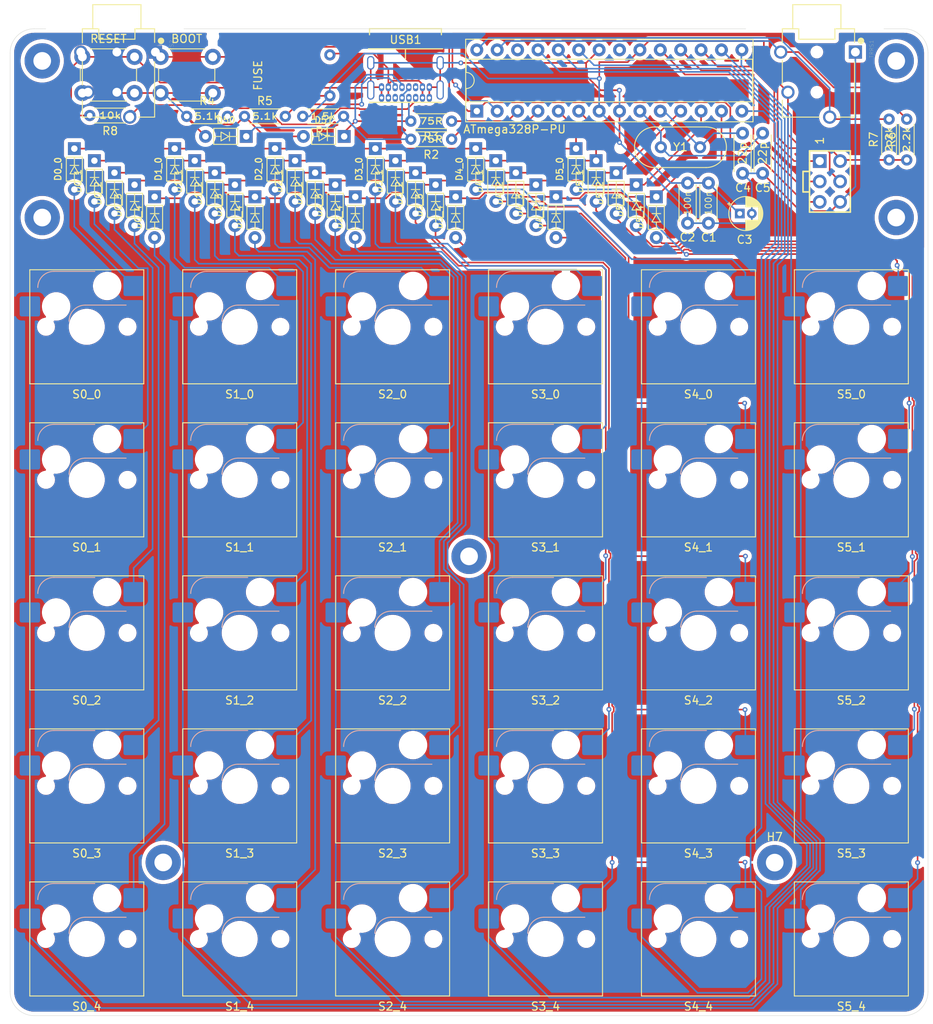
<source format=kicad_pcb>
(kicad_pcb (version 20241229) (generator "pcbnew") (generator_version "9.0")
  (layers (0 "F.Cu" signal) (2 "B.Cu" signal) (13 "F.Paste" user) (15 "B.Paste" user) (5 "F.SilkS" user "F.Silkscreen") (7 "B.SilkS" user "B.Silkscreen") (1 "F.Mask" user) (3 "B.Mask" user) (25 "Edge.Cuts" user))
  (net 0 "")
  (net 1 "ROW0")
  (net 2 "Net-(D0_0-A)")
  (net 3 "ROW1")
  (net 4 "Net-(D0_1-A)")
  (net 5 "Net-(D0_2-A)")
  (net 6 "ROW2")
  (net 7 "Net-(D0_3-A)")
  (net 8 "ROW3")
  (net 9 "Net-(D0_4-A)")
  (net 10 "ROW4")
  (net 11 "Net-(D1_0-A)")
  (net 12 "Net-(D1_1-A)")
  (net 13 "Net-(D1_2-A)")
  (net 14 "Net-(D1_3-A)")
  (net 15 "Net-(D1_4-A)")
  (net 16 "Net-(D2_0-A)")
  (net 17 "Net-(D2_1-A)")
  (net 18 "Net-(D2_2-A)")
  (net 19 "Net-(D2_3-A)")
  (net 20 "Net-(D2_4-A)")
  (net 21 "Net-(D3_0-A)")
  (net 22 "Net-(D3_1-A)")
  (net 23 "Net-(D3_2-A)")
  (net 24 "Net-(D3_3-A)")
  (net 25 "Net-(D3_4-A)")
  (net 26 "Net-(D4_0-A)")
  (net 27 "Net-(D4_1-A)")
  (net 28 "Net-(D4_2-A)")
  (net 29 "Net-(D4_3-A)")
  (net 30 "Net-(D4_4-A)")
  (net 31 "Net-(D5_0-A)")
  (net 32 "Net-(D5_1-A)")
  (net 33 "Net-(D5_2-A)")
  (net 34 "Net-(D5_3-A)")
  (net 35 "Net-(D5_4-A)")
  (net 36 "COL0")
  (net 37 "COL1")
  (net 38 "COL2")
  (net 39 "COL3")
  (net 40 "COL4")
  (net 41 "COL5")
  (net 42 "Net-(D50-K)")
  (net 43 "Net-(D51-K)")
  (net 44 "Net-(F1-Pad1)")
  (net 45 "USB_D-")
  (net 47 "USB_D+")
  (net 48 "Net-(USB1-CC1)")
  (net 49 "Net-(USB1-CC2)")
  (net 51 "Net-(U1-PD0)")
  (net 52 "MOSI")
  (net 53 "RESET")
  (net 54 "MISO")
  (net 55 "SCK")
  (net 56 "+5V")
  (net 57 "i2c_SDA")
  (net 58 "i2c_SCL")
  (net 59 "GND")
  (net 60 "Net-(U1-XTAL2{slash}PB7)")
  (net 62 "Net-(U1-XTAL1{slash}PB6)")
  (footprint "herringbone:D_DO-35_SOD27_P5.08mm_Horizontal" (layer "F.Cu") (at 84.65 58.75 -90)
    (property "Reference" "D0_4")
    (property "Value" "Diode" (hide yes))
  )
  (footprint "herringbone:USB_C_GCT_USB4085" (layer "F.Cu") (at 115.9 41.6 180)
    (property "Reference" "USB1")
    (property "Value" "USB_C_GCT_USB4085-Type-C")
  )
  (footprint "ScottoKeebs_Hotswap:Hotswap_MX_1.00u" (layer "F.Cu") (at 133.35 76.2)
    (property "Reference" "S3_0")
    (property "Value" "Keyswitch" (hide yes))
  )
  (footprint "MountingHole:MountingHole_2.2mm_M2_Pad" (layer "F.Cu") (at 85.725 142.875)
    (property "Reference" "H6" (hide yes))
    (property "Value" "M2" (hide yes))
  )
  (footprint "herringbone:D_DO-35_SOD27_P5.08mm_Horizontal" (layer "F.Cu") (at 79.65 55.75 -90)
    (property "Reference" "D0_2")
    (property "Value" "Diode" (hide yes))
  )
  (footprint "herringbone:D_DO-35_SOD27_P5.08mm_Horizontal" (layer "F.Cu") (at 139.65 54.25 -90)
    (property "Reference" "D5_1")
    (property "Value" "Diode" (hide yes))
  )
  (footprint "herringbone:D_DO-35_SOD27_P5.08mm_Horizontal" (layer "F.Cu") (at 107.15 57.25 -90)
    (property "Reference" "D2_3")
    (property "Value" "Diode" (hide yes))
  )
  (footprint "herringbone:R_Axial_DIN0204_L3.6mm_D1.6mm_P5.08mm_Horizontal" (layer "F.Cu") (at 95.85 50)
    (property "Reference" "R5")
    (property "Value" "5.1k")
  )
  (footprint "herringbone:D_DO-35_SOD27_P5.08mm_Horizontal" (layer "F.Cu") (at 142.15 55.75 -90)
    (property "Reference" "D5_2")
    (property "Value" "Diode" (hide yes))
  )
  (footprint "herringbone:D_DO-35_SOD27_P5.08mm_Horizontal" (layer "F.Cu") (at 97.15 58.75 -90)
    (property "Reference" "D1_4")
    (property "Value" "Diode" (hide yes))
  )
  (footprint "MountingHole:MountingHole_2.2mm_M2_Pad" (layer "F.Cu") (at 70.65 43.1)
    (property "Reference" "H1" (hide yes))
    (property "Value" "M2" (hide yes))
  )
  (footprint "herringbone:D_DO-35_SOD27_P5.08mm_Horizontal" (layer "F.Cu") (at 112.15 52.75 -90)
    (property "Reference" "D3_0")
    (property "Value" "Diode" (hide yes))
  )
  (footprint "herringbone:R_Axial_DIN0204_L3.6mm_D1.6mm_P5.08mm_Horizontal" (layer "F.Cu") (at 81.65 49.9 180)
    (property "Reference" "R8")
    (property "Value" "10k")
  )
  (footprint "MountingHole:MountingHole_2.2mm_M2_Pad" (layer "F.Cu") (at 161.9 142.9)
    (property "Reference" "H7")
    (property "Value" "M2")
  )
  (footprint "ScottoKeebs_Hotswap:Hotswap_MX_1.00u" (layer "F.Cu") (at 95.25 95.25)
    (property "Reference" "S1_1")
    (property "Value" "Keyswitch" (hide yes))
  )
  (footprint "herringbone:R_Axial_DIN0204_L3.6mm_D1.6mm_P5.08mm_Horizontal" (layer "F.Cu") (at 121.65 52.85 180)
    (property "Reference" "R2")
    (property "Value" "75R")
  )
  (footprint "ScottoKeebs_Hotswap:Hotswap_MX_1.00u" (layer "F.Cu") (at 152.4 95.25)
    (property "Reference" "S4_1")
    (property "Value" "Keyswitch" (hide yes))
  )
  (footprint "ScottoKeebs_Hotswap:Hotswap_MX_1.00u" (layer "F.Cu") (at 95.25 114.3)
    (property "Reference" "S1_2")
    (property "Value" "Keyswitch" (hide yes))
  )
  (footprint "Capacitor_THT:C_Disc_D4.3mm_W1.9mm_P5.00mm" (layer "F.Cu") (at 157.9 52.1 -90)
    (property "Reference" "C4")
    (property "Value" "22p")
  )
  (footprint "herringbone:D_DO-35_SOD27_P5.08mm_Horizontal" (layer "F.Cu") (at 104.65 55.75 -90)
    (property "Reference" "D2_2")
    (property "Value" "Diode" (hide yes))
  )
  (footprint "herringbone:R_Axial_DIN0204_L3.6mm_D1.6mm_P5.08mm_Horizontal" (layer "F.Cu") (at 88.65 50)
    (property "Reference" "R4")
    (property "Value" "5.1k")
  )
  (footprint "ScottoKeebs_Hotswap:Hotswap_MX_1.00u" (layer "F.Cu") (at 152.4 76.2)
    (property "Reference" "S4_0")
    (property "Value" "Keyswitch" (hide yes))
  )
  (footprint "Capacitor_THT:C_Disc_D4.3mm_W1.9mm_P5.00mm" (layer "F.Cu") (at 153.65 58.3 -90)
    (property "Reference" "C1")
    (property "Value" "100n")
  )
  (footprint "herringbone:D_DO-35_SOD27_P5.08mm_Horizontal" (layer "F.Cu") (at 122.15 58.75 -90)
    (property "Reference" "D3_4")
    (property "Value" "Diode" (hide yes))
  )
  (footprint "herringbone:D_DO-35_SOD27_P5.08mm_Horizontal" (layer "F.Cu") (at 89.65 54.25 -90)
    (property "Reference" "D1_1")
    (property "Value" "Diode" (hide yes))
  )
  (footprint "herringbone:D_DO-35_SOD27_P5.08mm_Horizontal" (layer "F.Cu") (at 102.15 54.25 -90)
    (property "Reference" "D2_1")
    (property "Value" "Diode" (hide yes))
  )
  (footprint "ScottoKeebs_Hotswap:Hotswap_MX_1.00u" (layer "F.Cu") (at 133.35 95.25)
    (property "Reference" "S3_1")
    (property "Value" "Keyswitch" (hide yes))
  )
  (footprint "ScottoKeebs_Hotswap:Hotswap_MX_1.00u" (layer "F.Cu") (at 95.25 152.4)
    (property "Reference" "S1_4")
    (property "Value" "Keyswitch" (hide yes))
  )
  (footprint "ScottoKeebs_Hotswap:Hotswap_MX_1.00u" (layer "F.Cu") (at 95.25 76.2)
    (property "Reference" "S1_0")
    (property "Value" "Keyswitch" (hide yes))
  )
  (footprint "herringbone:AVR_ICSP_3x2" (layer "F.Cu") (at 168.78 58.11 -90)
    (property "Reference" "ISP1" (hide yes))
    (property "Value" "AVR_ISP_6" (hide yes))
  )
  (footprint "herringbone:D_DO-35_SOD27_P5.08mm_Horizontal" (layer "F.Cu") (at 134.65 58.75 -90)
    (property "Reference" "D4_4")
    (property "Value" "Diode" (hide yes))
  )
  (footprint "Capacitor_THT:C_Disc_D4.3mm_W1.9mm_P5.00mm" (layer "F.Cu") (at 151.05 58.3 -90)
    (property "Reference" "C2")
    (property "Value" "100n")
  )
  (footprint "herringbone:CUI_SJ-43514" (layer "F.Cu") (at 79.95 44.6 -90)
    (property "Reference" "TRRS2")
    (property "Value" "SJ-43514")
    (fp_line (start -5.5 2.25) (end -5.5 8.85) (stroke (width 0.0001)) (layer "Edge.Cuts"))
    (fp_line (start -4.2 2.25) (end -5.5 2.25) (stroke (width 0.0001)) (layer "Edge.Cuts"))
    (fp_line (start -5.5 -2.25) (end -4.2 -2.25) (stroke (width 0.0001)) (layer "Edge.Cuts"))
    (fp_line (start -4.2 -2.25) (end -4.2 2.25) (stroke (width 0.0001)) (layer "Edge.Cuts"))
    (fp_line (start -5.5 -8.35) (end -5.5 -2.25) (stroke (width 0.0001)) (layer "Edge.Cuts"))
  )
  (footprint "herringbone:D_DO-35_SOD27_P5.08mm_Horizontal" (layer "F.Cu") (at 77.15 54.25 -90)
    (property "Reference" "D0_1")
    (property "Value" "Diode" (hide yes))
  )
  (footprint "herringbone:D_DO-35_SOD27_P5.08mm_Horizontal" (layer "F.Cu") (at 74.65 52.75 -90)
    (property "Reference" "D0_0")
    (property "Value" "Diode" (hide yes))
  )
  (footprint "herringbone:D_DO-35_SOD27_P5.08mm_Horizontal" (layer "F.Cu") (at 117.15 55.75 -90)
    (property "Reference" "D3_2")
    (property "Value" "Diode" (hide yes))
  )
  (footprint "ScottoKeebs_Hotswap:Hotswap_MX_1.00u" (layer "F.Cu") (at 171.45 95.25)
    (property "Reference" "S5_1")
    (property "Value" "Keyswitch" (hide yes))
  )
  (footprint "Button_Switch_THT:SW_PUSH_6mm" (layer "F.Cu") (at 75.65 42.6)
    (property "Reference" "B1" (hide yes))
    (property "Value" "RESET")
  )
  (footprint "MountingHole:MountingHole_2.2mm_M2_Pad" (layer "F.Cu") (at 70.65 62.6)
    (property "Reference" "H2" (hide yes))
    (property "Value" "M2" (hide yes))
  )
  (footprint "ScottoKeebs_Hotswap:Hotswap_MX_1.00u" (layer "F.Cu") (at 95.25 133.35)
    (property "Reference" "S1_3")
    (property "Value" "Keyswitch" (hide yes))
  )
  (footprint "herringbone:D_DO-35_SOD27_P5.08mm_Horizontal" (layer "F.Cu") (at 132.15 57.25 -90)
    (property "Reference" "D4_3")
    (property "Value" "Diode" (hide yes))
  )
  (footprint "herringbone:D_DO-35_SOD27_P5.08mm_Horizontal" (layer "F.Cu") (at 129.65 55.75 -90)
    (property "Reference" "D4_2")
    (property "Value" "Diode" (hide yes))
  )
  (footprint "MountingHole:MountingHole_2.2mm_M2_Pad" (layer "F.Cu") (at 177.04 43.1)
    (property "Reference" "H3" (hide yes))
    (property "Value" "M2" (hide yes))
  )
  (footprint "ScottoKeebs_Hotswap:Hotswap_MX_1.00u" (layer "F.Cu") (at 152.4 114.3)
    (property "Reference" "S4_2")
    (property "Value" "Keyswitch" (hide yes))
  )
  (footprint "herringbone:D_DO-35_SOD27_P5.08mm_Horizontal" (layer "F.Cu") (at 114.65 54.25 -90)
    (property "Reference" "D3_1")
    (property "Value" "Diode" (hide yes))
  )
  (footprint "herringbone:R_Axial_DIN0204_L3.6mm_D1.6mm_P5.08mm_Horizontal" (layer "F.Cu") (at 121.65 50.6 180)
    (property "Reference" "R3")
    (property "Value" "75R")
  )
  (footprint "herringbone:DIP-28_W7.62mm_Socket" (layer "F.Cu") (at 124.79 49.35 90)
    (property "Reference" "U1" (hide yes))
    (property "Value" "ATmega328P-PU")
  )
  (footprint "ScottoKeebs_Hotswap:Hotswap_MX_1.00u" (layer "F.Cu") (at 76.2 133.35)
    (property "Reference" "S0_3")
    (property "Value" "Keyswitch" (hide yes))
  )
  (footprint "ScottoKeebs_Hotswap:Hotswap_MX_1.00u" (layer "F.Cu") (at 114.3 133.35)
    (property "Reference" "S2_3")
    (property "Value" "Keyswitch" (hide yes))
  )
  (footprint "herringbone:R_Axial_DIN0204_L3.6mm_D1.6mm_P5.08mm_Horizontal" (layer "F.Cu") (at 176.15 55.43 90)
    (property "Reference" "R7")
    (property "Value" "2.2k")
  )
  (footprint "ScottoKeebs_Hotswap:Hotswap_MX_1.00u" (layer "F.Cu") (at 114.3 114.3)
    (property "Reference" "S2_2")
    (property "Value" "Keyswitch" (hide yes))
  )
  (footprint "ScottoKeebs_Hotswap:Hotswap_MX_1.00u" (layer "F.Cu") (at 171.45 114.3)
    (property "Reference" "S5_2")
    (property "Value" "Keyswitch" (hide yes))
  )
  (footprint "ScottoKeebs_Hotswap:Hotswap_MX_1.00u" (layer "F.Cu") (at 133.35 152.4)
    (property "Reference" "S3_4")
    (property "Value" "Keyswitch" (hide yes))
  )
  (footprint "herringbone:R_Axial_DIN0204_L3.6mm_D1.6mm_P5.08mm_Horizontal" (layer "F.Cu") (at 178.35 55.43 90)
    (property "Reference" "R6")
    (property "Value" "2.2k")
  )
  (footprint "herringbone:D_DO-35_SOD27_P5.08mm_Horizontal" (layer "F.Cu") (at 99.65 52.75 -90)
    (property "Reference" "D2_0")
    (property "Value" "Diode" (hide yes))
  )
  (footprint "MountingHole:MountingHole_2.2mm_M2_Pad" (layer "F.Cu") (at 123.825 104.775)
    (property "Reference" "H5" (hide yes))
    (property "Value" "M2" (hide yes))
  )
  (footprint "Capacitor_THT:CP_Radial_D4.0mm_P1.50mm" (layer "F.Cu") (at 157.55 62.1)
    (property "Reference" "C3")
    (property "Value" "4.6u" (hide yes))
  )
  (footprint "Button_Switch_THT:SW_PUSH_6mm" (layer "F.Cu") (at 85.4 42.6)
    (property "Reference" "B2" (hide yes))
    (property "Value" "BOOT")
  )
  (footprint "ScottoKeebs_Hotswap:Hotswap_MX_1.00u" (layer "F.Cu") (at 152.4 133.35)
    (property "Reference" "S4_3")
    (property "Value" "Keyswitch" (hide yes))
  )
  (footprint "herringbone:D_DO-35_SOD27_P5.08mm_Horizontal" (layer "F.Cu") (at 109.5375 52.5 180)
    (property "Reference" "D51")
    (property "Value" "3.6V" (hide yes))
  )
  (footprint "herringbone:D_DO-35_SOD27_P5.08mm_Horizontal" (layer "F.Cu") (at 127.15 54.25 -90)
    (property "Reference" "D4_1")
    (property "Value" "Diode" (hide yes))
  )
  (footprint "herringbone:D_DO-35_SOD27_P5.08mm_Horizontal" (layer "F.Cu") (at 87.15 52.75 -90)
    (property "Reference" "D1_0")
    (property "Value" "Diode" (hide yes))
  )
  (footprint "ScottoKeebs_Hotswap:Hotswap_MX_1.00u" (layer "F.Cu") (at 114.3 76.2)
    (property "Reference" "S2_0")
    (property "Value" "Keyswitch" (hide yes))
  )
  (footprint "herringbone:CUI_SJ-43514" (layer "F.Cu") (at 167.15 44.6 -90)
    (property "Reference" "TRRS1")
    (property "Value" "SJ-43514")
    (fp_line (start -5.5 2.25) (end -5.5 8.85) (stroke (width 0.0001)) (layer "Edge.Cuts"))
    (fp_line (start -4.2 2.25) (end -5.5 2.25) (stroke (width 0.0001)) (layer "Edge.Cuts"))
    (fp_line (start -5.5 -2.25) (end -4.2 -2.25) (stroke (width 0.0001)) (layer "Edge.Cuts"))
    (fp_line (start -4.2 -2.25) (end -4.2 2.25) (stroke (width 0.0001)) (layer "Edge.Cuts"))
    (fp_line (start -5.5 -8.35) (end -5.5 -2.25) (stroke (width 0.0001)) (layer "Edge.Cuts"))
  )
  (footprint "herringbone:R_Axial_DIN0204_L3.6mm_D1.6mm_P5.08mm_Horizontal" (layer "F.Cu") (at 108.19 50 180)
    (property "Reference" "R1")
    (property "Value" "1.5k")
  )
  (footprint "ScottoKeebs_Hotswap:Hotswap_MX_1.00u" (layer "F.Cu") (at 76.2 76.2)
    (property "Reference" "S0_0")
    (property "Value" "Keyswitch" (hide yes))
  )
  (footprint "herringbone:D_DO-35_SOD27_P5.08mm_Horizontal" (layer "F.Cu") (at 119.65 57.25 -90)
    (property "Reference" "D3_3")
    (property "Value" "Diode" (hide yes))
  )
  (footprint "ScottoKeebs_Hotswap:Hotswap_MX_1.00u" (layer "F.Cu") (at 133.35 133.35)
    (property "Reference" "S3_3")
    (property "Value" "Keyswitch" (hide yes))
  )
  (footprint "Capacitor_THT:C_Disc_D4.3mm_W1.9mm_P5.00mm" (layer "F.Cu") (at 160.4 52.1 -90)
    (property "Reference" "C5")
    (property "Value" "22p")
  )
  (footprint "herringbone:D_DO-35_SOD27_P5.08mm_Horizontal" (layer "F.Cu") (at 97.3375 52.5 180)
    (property "Reference" "D50")
    (property "Value" "3.6V" (hide yes))
  )
  (footprint "ScottoKeebs_Hotswap:Hotswap_MX_1.00u" (layer "F.Cu") (at 114.3 152.4)
    (property "Reference" "S2_4")
    (property "Value" "Keyswitch" (hide yes))
  )
  (footprint "ScottoKeebs_Hotswap:Hotswap_MX_1.00u" (layer "F.Cu") (at 76.2 95.25)
    (property "Reference" "S0_1")
    (property "Value" "Keyswitch" (hide yes))
  )
  (footprint "herringbone:D_DO-35_SOD27_P5.08mm_Horizontal" (layer "F.Cu") (at 109.65 58.75 -90)
    (property "Reference" "D2_4")
    (property "Value" "Diode" (hide yes))
  )
  (footprint "herringbone:D_DO-35_SOD27_P5.08mm_Horizontal" (layer "F.Cu") (at 92.15 55.75 -90)
    (property "Reference" "D1_2")
    (property "Value" "Diode" (hide yes))
  )
  (footprint "ScottoKeebs_Hotswap:Hotswap_MX_1.00u" (layer "F.Cu") (at 171.45 152.4)
    (property "Reference" "S5_4")
    (property "Value" "Keyswitch" (hide yes))
  )
  (footprint "herringbone:D_DO-35_SOD27_P5.08mm_Horizontal" (layer "F.Cu") (at 124.65 52.75 -90)
    (property "Reference" "D4_0")
    (property "Value" "Diode" (hide yes))
  )
  (footprint "herringbone:D_DO-35_SOD27_P5.08mm_Horizontal" (layer "F.Cu") (at 144.65 57.25 -90)
    (property "Reference" "D5_3")
    (property "Value" "Diode" (hide yes))
  )
  (footprint "ScottoKeebs_Hotswap:Hotswap_MX_1.00u" (layer "F.Cu") (at 114.3 95.25)
    (property "Reference" "S2_1")
    (property "Value" "Keyswitch" (hide yes))
  )
  (footprint "ScottoKeebs_Hotswap:Hotswap_MX_1.00u" (layer "F.Cu") (at 133.35 114.3)
    (property "Reference" "S3_2")
    (property "Value" "Keyswitch" (hide yes))
  )
  (footprint "ScottoKeebs_Hotswap:Hotswap_MX_1.00u" (layer "F.Cu") (at 171.45 76.2)
    (property "Reference" "S5_0")
    (property "Value" "Keyswitch" (hide yes))
  )
  (footprint "herringbone:Crystal_HC49-4H_Vertical" (layer "F.Cu") (at 152.6 53.85 180)
    (property "Reference" "Y1")
    (property "Value" "16MHz")
  )
  (footprint "herringbone:D_DO-35_SOD27_P5.08mm_Horizontal" (layer "F.Cu") (at 82.15 57.25 -90)
    (property "Reference" "D0_3")
    (property "Value" "Diode" (hide yes))
  )
  (footprint "herringbone:polyfuse_5.1mm" (layer "F.Cu") (at 106.4865 44.9 -90)
    (property "Reference" "F1")
    (property "Value" "100mA")
  )
  (footprint "herringbone:D_DO-35_SOD27_P5.08mm_Horizontal" (layer "F.Cu") (at 137.15 52.75 -90)
    (property "Reference" "D5_0")
    (property "Value" "Diode" (hide yes))
  )
  (footprint "herringbone:D_DO-35_SOD27_P5.08mm_Horizontal" (layer "F.Cu") (at 94.65 57.25 -90)
    (property "Reference" "D1_3")
    (property "Value" "Diode" (hide yes))
  )
  (footprint "ScottoKeebs_Hotswap:Hotswap_MX_1.00u" (layer "F.Cu") (at 76.2 114.3)
    (property "Reference" "S0_2")
    (property "Value" "Keyswitch" (hide yes))
  )
  (footprint "ScottoKeebs_Hotswap:Hotswap_MX_1.00u" (layer "F.Cu") (at 76.2 152.4)
    (property "Reference" "S0_4")
    (property "Value" "Keyswitch" (hide yes))
  )
  (footprint "ScottoKeebs_Hotswap:Hotswap_MX_1.00u" (layer "F.Cu") (at 152.4 152.4)
    (property "Reference" "S4_4")
    (property "Value" "Keyswitch" (hide yes))
  )
  (footprint "ScottoKeebs_Hotswap:Hotswap_MX_1.00u" (layer "F.Cu") (at 171.45 133.35)
    (property "Reference" "S5_3")
    (property "Value" "Keyswitch" (hide yes))
  )
  (footprint "MountingHole:MountingHole_2.2mm_M2_Pad" (layer "F.Cu") (at 177.04 62.6)
    (property "Reference" "H4" (hide yes))
    (property "Value" "M2" (hide yes))
  )
  (footprint "herringbone:D_DO-35_SOD27_P5.08mm_Horizontal" (layer "F.Cu") (at 147.15 58.75 -90)
    (property "Reference" "D5_4")
    (property "Value" "Diode" (hide yes))
  )
  (gr_line (start 178 161.95) (end 69.65 161.95) (stroke (width 0.05)) (layer "Edge.Cuts"))
  (gr_arc (start 178 39.1) (mid 180.12132 39.97868) (end 181 42.1) (stroke (width 0.05)) (layer "Edge.Cuts"))
  (gr_line (start 66.65 158.95) (end 66.65 42.1) (stroke (width 0.05)) (layer "Edge.Cuts"))
  (gr_arc (start 66.65 42.1) (mid 67.52868 39.97868) (end 69.65 39.1) (stroke (width 0.05)) (layer "Edge.Cuts"))
  (gr_arc (start 181 158.95) (mid 180.12132 161.07132) (end 178 161.95) (stroke (width 0.05)) (layer "Edge.Cuts"))
  (gr_arc (start 69.65 161.95) (mid 67.52868 161.07132) (end 66.65 158.95) (stroke (width 0.05)) (layer "Edge.Cuts"))
  (gr_line (start 175.5 39.1) (end 178 39.1) (stroke (width 0.05)) (layer "Edge.Cuts"))
  (gr_line (start 71.1 39.1) (end 69.65 39.1) (stroke (width 0.05)) (layer "Edge.Cuts"))
  (gr_line (start 88.3 39.1) (end 158.3 39.1) (stroke (width 0.05)) (layer "Edge.Cuts"))
  (gr_line (start 181 42.1) (end 181 158.95) (stroke (width 0.05)) (layer "Edge.Cuts"))
  (segment (start 74.65 54.02) (end 87.15 54.02) (width 0.2) (layer "F.Cu") (net 1))
  (segment (start 99.65 54.02) (end 112.15 54.02) (width 0.2) (layer "F.Cu") (net 1))
  (segment (start 137.15 54.02) (end 137.15 51.55) (width 0.2) (layer "F.Cu") (net 1))
  (segment (start 87.15 54.02) (end 99.65 54.02) (width 0.2) (layer "F.Cu") (net 1))
  (segment (start 137.15 51.55) (end 134.95 49.35) (width 0.2) (layer "F.Cu") (net 1))
  (segment (start 124.65 54.02) (end 137.15 54.02) (width 0.2) (layer "F.Cu") (net 1))
  (segment (start 124.65 54.02) (end 112.15 54.02) (width 0.2) (layer "F.Cu") (net 1))
  (segment (start 74.65 63.728) (end 82.042 71.12) (width 0.2) (layer "B.Cu") (net 2))
  (segment (start 74.65 59.1) (end 74.65 63.728) (width 0.2) (layer "B.Cu") (net 2))
  (segment (start 127.15 55.52) (end 139.65 55.52) (width 0.2) (layer "F.Cu") (net 3))
  (segment (start 102.15 55.52) (end 114.65 55.52) (width 0.2) (layer "F.Cu") (net 3))
  (segment (start 89.65 55.52) (end 102.15 55.52) (width 0.2) (layer "F.Cu") (net 3))
  (segment (start 139.65 51.51) (end 137.49 49.35) (width 0.2) (layer "F.Cu") (net 3))
  (segment (start 77.15 55.52) (end 89.65 55.52) (width 0.2) (layer "F.Cu") (net 3))
  (segment (start 139.65 55.52) (end 139.65 51.51) (width 0.2) (layer "F.Cu") (net 3))
  (segment (start 114.65 55.52) (end 127.15 55.52) (width 0.2) (layer "F.Cu") (net 3))
  (segment (start 83.8 88.412) (end 82.042 90.17) (width 0.2) (layer "B.Cu") (net 4))
  (segment (start 77.15 63.41684) (end 82.63316 68.9) (width 0.2) (layer "B.Cu") (net 4))
  (segment (start 77.15 60.6) (end 77.15 63.41684) (width 0.2) (layer "B.Cu") (net 4))
  (segment (start 82.63316 68.9) (end 83.8 68.9) (width 0.2) (layer "B.Cu") (net 4))
  (segment (start 83.8 68.9) (end 83.8 88.412) (width 0.2) (layer "B.Cu") (net 4))
  (segment (start 82.042 106.208) (end 82.042 109.22) (width 0.2) (layer "B.Cu") (net 5))
  (segment (start 84.4 103.85) (end 82.042 106.208) (width 0.2) (layer "B.Cu") (net 5))
  (segment (start 79.65 62.1) (end 79.65 64.1) (width 0.2) (layer "B.Cu") (net 5))
  (segment (start 84.4 68.85) (end 84.4 103.85) (width 0.2) (layer "B.Cu") (net 5))
  (segment (start 79.65 64.1) (end 84.4 68.85) (width 0.2) (layer "B.Cu") (net 5))
  (segment (start 79.65 57.02) (end 92.15 57.02) (width 0.2) (layer "F.Cu") (net 6))
  (segment (start 150.19 49.35) (end 142.52 57.02) (width 0.2) (layer "F.Cu") (net 6))
  (segment (start 117.15 57.02) (end 129.65 57.02) (width 0.2) (layer "F.Cu") (net 6))
  (segment (start 129.65 57.02) (end 142.15 57.02) (width 0.2) (layer "F.Cu") (net 6))
  (segment (start 92.15 57.02) (end 104.65 57.02) (width 0.2) (layer "F.Cu") (net 6))
  (segment (start 104.65 57.02) (end 117.15 57.02) (width 0.2) (layer "F.Cu") (net 6))
  (segment (start 85.15 125.162) (end 82.042 128.27) (width 0.2) (layer "B.Cu") (net 7))
  (segment (start 82.15 65.85) (end 85.15 68.85) (width 0.2) (layer "B.Cu") (net 7))
  (segment (start 85.15 68.85) (end 85.15 125.162) (width 0.2) (layer "B.Cu") (net 7))
  (segment (start 82.15 63.6) (end 82.15 65.85) (width 0.2) (layer "B.Cu") (net 7))
  (segment (start 138.949 57.999) (end 139.47 58.52) (width 0.2) (layer "F.Cu") (net 8))
  (segment (start 114.47 58.52) (end 119.65 58.52) (width 0.2) (layer "F.Cu") (net 8))
  (segment (start 145.63 58.52) (end 152.73 51.42) (width 0.2) (layer "F.Cu") (net 8))
  (segment (start 89.53 58.52) (end 94.65 58.52) (width 0.2) (layer "F.Cu") (net 8))
  (segment (start 82.671 57.999) (end 88.949 57.999) (width 0.2) (layer "F.Cu") (net 8))
  (segment (start 89.5 58.55) (end 89.53 58.52) (width 0.2) (layer "F.Cu") (net 8))
  (segment (start 144.65 58.52) (end 145.63 58.52) (width 0.2) (layer "F.Cu") (net 8))
  (segment (start 132.671 57.999) (end 138.949 57.999) (width 0.2) (layer "F.Cu") (net 8))
  (segment (start 152.73 51.42) (end 152.73 49.35) (width 0.2) (layer "F.Cu") (net 8))
  (segment (start 101.449 57.999) (end 101.97 58.52) (width 0.2) (layer "F.Cu") (net 8))
  (segment (start 107.671 57.999) (end 113.949 57.999) (width 0.2) (layer "F.Cu") (net 8))
  (segment (start 101.97 58.52) (end 107.15 58.52) (width 0.2) (layer "F.Cu") (net 8))
  (segment (start 139.47 58.52) (end 144.65 58.52) (width 0.2) (layer "F.Cu") (net 8))
  (segment (start 113.949 57.999) (end 114.47 58.52) (width 0.2) (layer "F.Cu") (net 8))
  (segment (start 126.97 58.52) (end 132.15 58.52) (width 0.2) (layer "F.Cu") (net 8))
  (segment (start 95.171 57.999) (end 101.449 57.999) (width 0.2) (layer "F.Cu") (net 8))
  (segment (start 126.449 57.999) (end 126.97 58.52) (width 0.2) (layer "F.Cu") (net 8))
  (segment (start 120.171 57.999) (end 126.449 57.999) (width 0.2) (layer "F.Cu") (net 8))
  (segment (start 88.949 57.999) (end 89.5 58.55) (width 0.2) (layer "F.Cu") (net 8))
  (segment (start 84.65 67.35) (end 85.9 68.6) (width 0.2) (layer "B.Cu") (net 9))
  (segment (start 82.042 141.958) (end 82.042 147.32) (width 0.2) (layer "B.Cu") (net 9))
  (segment (start 85.9 138.1) (end 82.042 141.958) (width 0.2) (layer "B.Cu") (net 9))
  (segment (start 84.65 65.1) (end 84.65 67.35) (width 0.2) (layer "B.Cu") (net 9))
  (segment (start 85.9 68.6) (end 85.9 138.1) (width 0.2) (layer "B.Cu") (net 9))
  (segment (start 147.15 60.02) (end 151.27 55.9) (width 0.2) (layer "F.Cu") (net 10))
  (segment (start 142.799 59.499) (end 143.32 60.02) (width 0.2) (layer "F.Cu") (net 10))
  (segment (start 106.57 60.02) (end 109.65 60.02) (width 0.2) (layer "F.Cu") (net 10))
  (segment (start 106.049 59.499) (end 106.57 60.02) (width 0.2) (layer "F.Cu") (net 10))
  (segment (start 155.27 55.88) (end 155.27 49.35) (width 0.2) (layer "F.Cu") (net 10))
  (segment (start 88.099 60.201) (end 88.801 59.499) (width 0.2) (layer "F.Cu") (net 10))
  (segment (start 93.549 59.499) (end 94.07 60.02) (width 0.2) (layer "F.Cu") (net 10))
  (segment (start 130.47 60.02) (end 134.65 60.02) (width 0.2) (layer "F.Cu") (net 10))
  (segment (start 109.831 60.201) (end 113.49195 60.201) (width 0.2) (layer "F.Cu") (net 10))
  (segment (start 118.02 60.02) (end 122.15 60.02) (width 0.2) (layer "F.Cu") (net 10))
  (segment (start 101.201 59.499) (end 106.049 59.499) (width 0.2) (layer "F.Cu") (net 10))
  (segment (start 125.10605 60.201) (end 125.80805 59.499) (width 0.2) (layer "F.Cu") (net 10))
  (segment (start 117.499 59.499) (end 118.02 60.02) (width 0.2) (layer "F.Cu") (net 10))
  (segment (start 84.831 60.201) (end 88.099 60.201) (width 0.2) (layer "F.Cu") (net 10))
  (segment (start 114.19395 59.499) (end 117.499 59.499) (width 0.2) (layer "F.Cu") (net 10))
  (segment (start 100.499 60.201) (end 101.201 59.499) (width 0.2) (layer "F.Cu") (net 10))
  (segment (start 155.25 55.9) (end 155.27 55.88) (width 0.2) (layer "F.Cu") (net 10))
  (segment (start 134.831 60.201) (end 137.60605 60.201) (width 0.2) (layer "F.Cu") (net 10))
  (segment (start 129.949 59.499) (end 130.47 60.02) (width 0.2) (layer "F.Cu") (net 10))
  (segment (start 143.32 60.02) (end 147.15 60.02) (width 0.2) (layer "F.Cu") (net 10))
  (segment (start 122.331 60.201) (end 125.10605 60.201) (width 0.2) (layer "F.Cu") (net 10))
  (segment (start 88.801 59.499) (end 93.549 59.499) (width 0.2) (layer "F.Cu") (net 10))
  (segment (start 138.30805 59.499) (end 142.799 59.499) (width 0.2) (layer "F.Cu") (net 10))
  (segment (start 94.07 60.02) (end 97.15 60.02) (width 0.2) (layer "F.Cu") (net 10))
  (segment (start 113.49195 60.201) (end 114.19395 59.499) (width 0.2) (layer "F.Cu") (net 10))
  (segment (start 97.331 60.201) (end 100.499 60.201) (width 0.2) (layer "F.Cu") (net 10))
  (segment (start 137.60605 60.201) (end 138.30805 59.499) (width 0.2) (layer "F.Cu") (net 10))
  (segment (start 125.80805 59.499) (end 129.949 59.499) (width 0.2) (layer "F.Cu") (net 10))
  (segment (start 151.27 55.9) (end 155.25 55.9) (width 0.2) (layer "F.Cu") (net 10))
  (segment (start 87.15 67.6) (end 88.4 68.85) (width 0.2) (layer "B.Cu") (net 11))
  (segment (start 87.15 59.1) (end 87.15 67.6) (width 0.2) (layer "B.Cu") (net 11))
  (segment (start 98.9 68.85) (end 101.092 71.042) (width 0.2) (layer "B.Cu") (net 11))
  (segment (start 88.4 68.85) (end 98.9 68.85) (width 0.2) (layer "B.Cu") (net 11))
  (segment (start 103.15 88.112) (end 101.092 90.17) (width 0.2) (layer "B.Cu") (net 12))
  (segment (start 90.15 68.35) (end 102.15 68.35) (width 0.2) (layer "B.Cu") (net 12))
  (segment (start 89.65 60.6) (end 89.65 67.85) (width 0.2) (layer "B.Cu") (net 12))
  (segment (start 103.15 69.35) (end 103.15 88.112) (width 0.2) (layer "B.Cu") (net 12))
  (segment (start 89.65 67.85) (end 90.15 68.35) (width 0.2) (layer "B.Cu") (net 12))
  (segment (start 102.15 68.35) (end 103.15 69.35) (width 0.2) (layer "B.Cu") (net 12))
  (segment (start 102.65 67.85) (end 103.65 68.85) (width 0.2) (layer "B.Cu") (net 13))
  (segment (start 92.15 62.1) (end 92.15 67.35) (width 0.2) (layer "B.Cu") (net 13))
  (segment (start 92.15 67.35) (end 92.65 67.85) (width 0.2) (layer "B.Cu") (net 13))
  (segment (start 103.65 68.85) (end 103.65 106.662) (width 0.2) (layer "B.Cu") (net 13))
  (segment (start 103.65 106.662) (end 101.092 109.22) (width 0.2) (layer "B.Cu") (net 13))
  (segment (start 92.65 67.85) (end 102.65 67.85) (width 0.2) (layer "B.Cu") (net 13))
  (segment (start 104.15 125.212) (end 101.092 128.27) (width 0.2) (layer "B.Cu") (net 14))
  (segment (start 94.65 66.85) (end 95.15 67.35) (width 0.2) (layer "B.Cu") (net 14))
  (segment (start 94.65 63.6) (end 94.65 66.85) (width 0.2) (layer "B.Cu") (net 14))
  (segment (start 103.15 67.35) (end 104.15 68.35) (width 0.2) (layer "B.Cu") (net 14))
  (segment (start 104.15 68.35) (end 104.15 125.212) (width 0.2) (layer "B.Cu") (net 14))
  (segment (start 95.15 67.35) (end 103.15 67.35) (width 0.2) (layer "B.Cu") (net 14))
  (segment (start 103.65 66.85) (end 104.65 67.85) (width 0.2) (layer "B.Cu") (net 15))
  (segment (start 97.15 65.1) (end 97.15 66.35) (width 0.2) (layer "B.Cu") (net 15))
  (segment (start 97.65 66.85) (end 103.65 66.85) (width 0.2) (layer "B.Cu") (net 15))
  (segment (start 104.65 143.762) (end 101.092 147.32) (width 0.2) (layer "B.Cu") (net 15))
  (segment (start 104.65 67.85) (end 104.65 143.762) (width 0.2) (layer "B.Cu") (net 15))
  (segment (start 97.15 66.35) (end 97.65 66.85) (width 0.2) (layer "B.Cu") (net 15))
  (segment (start 99.65 59.1) (end 99.65 65.85) (width 0.2) (layer "B.Cu") (net 16))
  (segment (start 117.9 68.85) (end 117.9 68.878) (width 0.2) (layer "B.Cu") (net 16))
  (segment (start 117.9 68.878) (end 120.142 71.12) (width 0.2) (layer "B.Cu") (net 16))
  (segment (start 99.65 65.85) (end 100.15 66.35) (width 0.2) (layer "B.Cu") (net 16))
  (segment (start 103.9 66.35) (end 106.4 68.85) (width 0.2) (layer "B.Cu") (net 16))
  (segment (start 106.4 68.85) (end 117.9 68.85) (width 0.2) (layer "B.Cu") (net 16))
  (segment (start 100.15 66.35) (end 103.9 66.35) (width 0.2) (layer "B.Cu") (net 16))
  (segment (start 120.18316 68.35) (end 121.9 70.06684) (width 0.2) (layer "B.Cu") (net 17))
  (segment (start 102.65 65.85) (end 104.15 65.85) (width 0.2) (layer "B.Cu") (net 17))
  (segment (start 104.15 65.85) (end 106.65 68.35) (width 0.2) (layer "B.Cu") (net 17))
  (segment (start 106.65 68.35) (end 120.18316 68.35) (width 0.2) (layer "B.Cu") (net 17))
  (segment (start 121.9 70.06684) (end 121.9 88.412) (width 0.2) (layer "B.Cu") (net 17))
  (segment (start 102.15 60.6) (end 102.15 65.35) (width 0.2) (layer "B.Cu") (net 17))
  (segment (start 121.9 88.412) (end 120.142 90.17) (width 0.2) (layer "B.Cu") (net 17))
  (segment (start 102.15 65.35) (end 102.65 65.85) (width 0.2) (layer "B.Cu") (net 17))
  (segment (start 120.25026 67.85) (end 122.4 69.99974) (width 0.2) (layer "B.Cu") (net 18))
  (segment (start 107.15 67.85) (end 120.25026 67.85) (width 0.2) (layer "B.Cu") (net 18))
  (segment (start 120.142 102.858) (end 120.142 109.22) (width 0.2) (layer "B.Cu") (net 18))
  (segment (start 122.4 100.6) (end 120.142 102.858) (width 0.2) (layer "B.Cu") (net 18))
  (segment (start 122.4 69.99974) (end 122.4 100.6) (width 0.2) (layer "B.Cu") (net 18))
  (segment (start 104.65 62.1) (end 104.65 65.35) (width 0.2) (layer "B.Cu") (net 18))
  (segment (start 104.65 65.35) (end 107.15 67.85) (width 0.2) (layer "B.Cu") (net 18))
  (segment (start 122.65 125.85) (end 120.23 128.27) (width 0.2) (layer "B.Cu") (net 19))
  (segment (start 122.9 69.93264) (end 122.9 100.6671) (width 0.2) (layer "B.Cu") (net 19))
  (segment (start 120.68355 102.88355) (end 120.68355 106.38355) (width 0.2) (layer "B.Cu") (net 19))
  (segment (start 107.15 63.6) (end 107.15 66.6) (width 0.2) (layer "B.Cu") (net 19))
  (segment (start 120.68355 106.38355) (end 122.65 108.35) (width 0.2) (layer "B.Cu") (net 19))
  (segment (start 120.31736 67.35) (end 122.9 69.93264) (width 0.2) (layer "B.Cu") (net 19))
  (segment (start 122.9 100.6671) (end 120.68355 102.88355) (width 0.2) (layer "B.Cu") (net 19))
  (segment (start 107.15 66.6) (end 107.9 67.35) (width 0.2) (layer "B.Cu") (net 19))
  (segment (start 107.9 67.35) (end 120.31736 67.35) (width 0.2) (layer "B.Cu") (net 19))
  (segment (start 122.65 108.35) (end 122.65 125.85) (width 0.2) (layer "B.Cu") (net 19))
  (segment (start 123.15 108.2829) (end 123.15 144.312) (width 0.2) (layer "B.Cu") (net 20))
  (segment (start 109.65 65.1) (end 109.65 66.35) (width 0.2) (layer "B.Cu") (net 20))
  (segment (start 121.15 103.1) (end 121.15 106.2829) (width 0.2) (layer "B.Cu") (net 20))
  (segment (start 123.4 100.85) (end 121.15 103.1) (width 0.2) (layer "B.Cu") (net 20))
  (segment (start 109.65 66.35) (end 110.15 66.85) (width 0.2) (layer "B.Cu") (net 20))
  (segment (start 123.15 144.312) (end 120.142 147.32) (width 0.2) (layer "B.Cu") (net 20))
  (segment (start 121.15 106.2829) (end 123.15 108.2829) (width 0.2) (layer "B.Cu") (net 20))
  (segment (start 110.15 66.85) (end 120.38446 66.85) (width 0.2) (layer "B.Cu") (net 20))
  (segment (start 120.38446 66.85) (end 123.4 69.86554) (width 0.2) (layer "B.Cu") (net 20))
  (segment (start 123.4 69.86554) (end 123.4 100.85) (width 0.2) (layer "B.Cu") (net 20))
  (segment (start 112.65 66.35) (end 120.9 66.35) (width 0.2) (layer "B.Cu") (net 21))
  (segment (start 120.9 66.35) (end 123.65 69.1) (width 0.2) (layer "B.Cu") (net 21))
  (segment (start 112.15 59.1) (end 112.15 65.85) (width 0.2) (layer "B.Cu") (net 21))
  (segment (start 137.172 69.1) (end 139.192 71.12) (width 0.2) (layer "B.Cu") (net 21))
  (segment (start 112.15 65.85) (end 112.65 66.35) (width 0.2) (layer "B.Cu") (net 21))
  (segment (start 123.65 69.1) (end 137.172 69.1) (width 0.2) (layer "B.Cu") (net 21))
  (segment (start 121.15 65.85) (end 123.9 68.6) (width 0.2) (layer "B.Cu") (net 22))
  (segment (start 140.4 68.6) (end 140.9 69.1) (width 0.2) (layer "B.Cu") (net 22))
  (segment (start 140.9 69.1) (end 140.9 88.462) (width 0.2) (layer "B.Cu") (net 22))
  (segment (start 123.9 68.6) (end 140.4 68.6) (width 0.2) (layer "B.Cu") (net 22))
  (segment (start 114.9 65.85) (end 121.15 65.85) (width 0.2) (layer "B.Cu") (net 22))
  (segment (start 140.9 88.462) (end 139.192 90.17) (width 0.2) (layer "B.Cu") (net 22))
  (segment (start 114.65 65.6) (end 114.9 65.85) (width 0.2) (layer "B.Cu") (net 22))
  (segment (start 114.65 60.6) (end 114.65 65.6) (width 0.2) (layer "B.Cu") (net 22))
  (segment (start 117.15 63.23137) (end 122.51863 68.6) (width 0.2) (layer "F.Cu") (net 23))
  (segment (start 122.51863 68.6) (end 140.35 68.6) (width 0.2) (layer "F.Cu") (net 23))
  (segment (start 140.35 68.6) (end 140.85 69.1) (width 0.2) (layer "F.Cu") (net 23))
  (segment (start 117.15 62.1) (end 117.15 63.23137) (width 0.2) (layer "F.Cu") (net 23))
  (segment (start 140.85 69.1) (end 140.85 104.7) (width 0.2) (layer "F.Cu") (net 23))
  (via (at 140.85 104.7) (size 0.6) (drill 0.3) (layers "F.Cu" "B.Cu") (net 23))
  (segment (start 140.85 107.562) (end 139.192 109.22) (width 0.2) (layer "B.Cu") (net 23))
  (segment (start 140.85 104.7) (end 140.85 107.562) (width 0.2) (layer "B.Cu") (net 23))
  (segment (start 119.65 65.16427) (end 122.68473 68.199) (width 0.2) (layer "F.Cu") (net 24))
  (segment (start 140.5161 68.199) (end 141.251 68.9339) (width 0.2) (layer "F.Cu") (net 24))
  (segment (start 122.68473 68.199) (end 140.5161 68.199) (width 0.2) (layer "F.Cu") (net 24))
  (segment (start 141.251 68.9339) (end 141.251 104.251057) (width 0.2) (layer "F.Cu") (net 24))
  (segment (start 119.65 63.6) (end 119.65 65.16427) (width 0.2) (layer "F.Cu") (net 24))
  (segment (start 141.451 104.451057) (end 141.451 104.948943) (width 0.2) (layer "F.Cu") (net 24))
  (segment (start 141.251 123.819) (end 141.25 123.82) (width 0.2) (layer "F.Cu") (net 24))
  (segment (start 141.251 104.251057) (end 141.451 104.451057) (width 0.2) (layer "F.Cu") (net 24))
  (segment (start 141.451 104.948943) (end 141.251 105.148943) (width 0.2) (layer "F.Cu") (net 24))
  (segment (start 141.251 105.148943) (end 141.251 123.819) (width 0.2) (layer "F.Cu") (net 24))
  (via (at 141.25 123.82) (size 0.6) (drill 0.3) (layers "F.Cu" "B.Cu") (net 24))
  (segment (start 141.25 123.82) (end 141.25 126.212) (width 0.2) (layer "B.Cu") (net 24))
  (segment (start 141.25 126.212) (end 139.192 128.27) (width 0.2) (layer "B.Cu") (net 24))
  (segment (start 141.652 124.267943) (end 141.652 142.87) (width 0.2) (layer "F.Cu") (net 25))
  (segment (start 124.848 67.798) (end 140.6822 67.798) (width 0.2) (layer "F.Cu") (net 25))
  (segment (start 141.652 68.7678) (end 141.652 104.084957) (width 0.2) (layer "F.Cu") (net 25))
  (segment (start 141.851 124.068943) (end 141.652 124.267943) (width 0.2) (layer "F.Cu") (net 25))
  (segment (start 141.652 123.372057) (end 141.851 123.571057) (width 0.2) (layer "F.Cu") (net 25))
  (segment (start 141.852 104.284957) (end 141.852 105.115043) (width 0.2) (layer "F.Cu") (net 25))
  (segment (start 141.652 105.315043) (end 141.652 123.372057) (width 0.2) (layer "F.Cu") (net 25))
  (segment (start 141.851 123.571057) (end 141.851 124.068943) (width 0.2) (layer "F.Cu") (net 25))
  (segment (start 141.852 105.115043) (end 141.652 105.315043) (width 0.2) (layer "F.Cu") (net 25))
  (segment (start 122.15 65.1) (end 124.848 67.798) (width 0.2) (layer "F.Cu") (net 25))
  (segment (start 141.652 104.084957) (end 141.852 104.284957) (width 0.2) (layer "F.Cu") (net 25))
  (segment (start 140.6822 67.798) (end 141.652 68.7678) (width 0.2) (layer "F.Cu") (net 25))
  (via (at 141.652 142.87) (size 0.6) (drill 0.3) (layers "F.Cu" "B.Cu") (net 25))
  (segment (start 141.652 142.87) (end 141.652 144.86) (width 0.2) (layer "B.Cu") (net 25))
  (segment (start 141.652 144.86) (end 139.192 147.32) (width 0.2) (layer "B.Cu") (net 25))
  (segment (start 137.4 61.1) (end 144.08171 67.78171) (width 0.2) (layer "B.Cu") (net 26))
  (segment (start 137.379 61.121) (end 137.4 61.1) (width 0.2) (layer "B.Cu") (net 26))
  (segment (start 144.08171 67.78171) (end 156.58171 67.78171) (width 0.2) (layer "B.Cu") (net 26))
  (segment (start 132.549 61.121) (end 137.379 61.121) (width 0.2) (layer "B.Cu") (net 26))
  (segment (start 156.58171 67.78171) (end 158.242 69.442) (width 0.2) (layer "B.Cu") (net 26))
  (segment (start 130.528 59.1) (end 132.549 61.121) (width 0.2) (layer "B.Cu") (net 26))
  (segment (start 124.65 59.1) (end 130.528 59.1) (width 0.2) (layer "B.Cu") (net 26))
  (segment (start 158.242 69.442) (end 158.242 71.12) (width 0.2) (layer "B.Cu") (net 26))
  (segment (start 127.15 60.6) (end 133.028 60.6) (width 0.2) (layer "F.Cu") (net 27))
  (segment (start 143.7 67.45) (end 143.7 85.7) (width 0.2) (layer "F.Cu") (net 27))
  (segment (start 133.028 60.6) (end 133.678 61.25) (width 0.2) (layer "F.Cu") (net 27))
  (segment (start 133.678 61.25) (end 137.5 61.25) (width 0.2) (layer "F.Cu") (net 27))
  (segment (start 143.7 85.7) (end 158.15 85.7) (width 0.2) (layer "F.Cu") (net 27))
  (segment (start 137.5 61.25) (end 143.7 67.45) (width 0.2) (layer "F.Cu") (net 27))
  (via (at 158.15 85.7) (size 0.6) (drill 0.3) (layers "F.Cu" "B.Cu") (net 27))
  (segment (start 158.15 85.7) (end 158.15 85.75) (width 0.2) (layer "B.Cu") (net 27))
  (segment (start 158.242 85.842) (end 158.242 90.17) (width 0.2) (layer "B.Cu") (net 27))
  (segment (start 158.15 85.75) (end 158.242 85.842) (width 0.2) (layer "B.Cu") (net 27))
  (segment (start 137.7829 62.1) (end 143.299 67.6161) (width 0.2) (layer "F.Cu") (net 28))
  (segment (start 143.299 104.749) (end 143.3 104.75) (width 0.2) (layer "F.Cu") (net 28))
  (segment (start 143.299 67.6161) (end 143.299 104.749) (width 0.2) (layer "F.Cu") (net 28))
  (segment (start 129.65 62.1) (end 137.7829 62.1) (width 0.2) (layer "F.Cu") (net 28))
  (segment (start 143.3 104.75) (end 158.25 104.75) (width 0.2) (layer "F.Cu") (net 28))
  (via (at 158.25 104.75) (size 0.6) (drill 0.3) (layers "F.Cu" "B.Cu") (net 28))
  (segment (start 158.25 104.75) (end 158.242 104.758) (width 0.2) (layer "B.Cu") (net 28))
  (segment (start 158.242 104.758) (end 158.242 109.22) (width 0.2) (layer "B.Cu") (net 28))
  (segment (start 132.15 63.6) (end 138.7158 63.6) (width 0.2) (layer "F.Cu") (net 29))
  (segment (start 142.898 67.7822) (end 142.898 123.798) (width 0.2) (layer "F.Cu") (net 29))
  (segment (start 142.95 123.85) (end 158.2 123.85) (width 0.2) (layer "F.Cu") (net 29))
  (segment (start 138.7158 63.6) (end 142.898 67.7822) (width 0.2) (layer "F.Cu") (net 29))
  (segment (start 142.898 123.798) (end 142.95 123.85) (width 0.2) (layer "F.Cu") (net 29))
  (via (at 158.2 123.85) (size 0.6) (drill 0.3) (layers "F.Cu" "B.Cu") (net 29))
  (segment (start 158.2 123.85) (end 158.242 123.892) (width 0.2) (layer "B.Cu") (net 29))
  (segment (start 158.242 123.892) (end 158.242 128.27) (width 0.2) (layer "B.Cu") (net 29))
  (segment (start 134.65 65.1) (end 139.6487 65.1) (width 0.2) (layer "F.Cu") (net 30))
  (segment (start 139.6487 65.1) (end 142.497 67.9483) (width 0.2) (layer "F.Cu") (net 30))
  (segment (start 142.5 142.85) (end 158.2 142.85) (width 0.2) (layer "F.Cu") (net 30))
  (segment (start 142.497 142.847) (end 142.5 142.85) (width 0.2) (layer "F.Cu") (net 30))
  (segment (start 142.497 67.9483) (end 142.497 142.847) (width 0.2) (layer "F.Cu") (net 30))
  (via (at 158.2 142.85) (size 0.6) (drill 0.3) (layers "F.Cu" "B.Cu") (net 30))
  (segment (start 158.2 142.85) (end 158.2 142.9) (width 0.2) (layer "B.Cu") (net 30))
  (segment (start 158.242 142.942) (end 158.242 147.32) (width 0.2) (layer "B.Cu") (net 30))
  (segment (start 158.2 142.9) (end 158.242 142.942) (width 0.2) (layer "B.Cu") (net 30))
  (segment (start 150.93071 67.15) (end 176.3 67.15) (width 0.2) (layer "F.Cu") (net 31))
  (segment (start 176.3 67.15) (end 177.15 68) (width 0.2) (layer "F.Cu") (net 31))
  (segment (start 177.15 68) (end 177.15 68.55) (width 0.2) (layer "F.Cu") (net 31))
  (segment (start 150.9 67.18071) (end 150.93071 67.15) (width 0.2) (layer "F.Cu") (net 31))
  (via (at 150.9 67.18071) (size 0.6) (drill 0.3) (layers "F.Cu" "B.Cu") (net 31))
  (via (at 177.15 68.55) (size 0.6) (drill 0.3) (layers "F.Cu" "B.Cu") (net 31))
  (segment (start 150.78776 67.18071) (end 142.70705 59.1) (width 0.2) (layer "B.Cu") (net 31))
  (segment (start 150.9 67.18071) (end 150.78776 67.18071) (width 0.2) (layer "B.Cu") (net 31))
  (segment (start 177.15 68.55) (end 177.292 68.692) (width 0.2) (layer "B.Cu") (net 31))
  (segment (start 177.292 68.692) (end 177.292 71.12) (width 0.2) (layer "B.Cu") (net 31))
  (segment (start 142.70705 59.1) (end 137.15 59.1) (width 0.2) (layer "B.Cu") (net 31))
  (segment (start 144.92163 67.003) (end 150.299 67.003) (width 0.2) (layer "F.Cu") (net 32))
  (segment (start 178.65 67.3) (end 178.65 85.7) (width 0.2) (layer "F.Cu") (net 32))
  (segment (start 150.299 67.003) (end 150.299 66.931767) (width 0.2) (layer "F.Cu") (net 32))
  (segment (start 139.65 61.73137) (end 144.92163 67.003) (width 0.2) (layer "F.Cu") (net 32))
  (segment (start 151.148943 66.57971) (end 151.318233 66.749) (width 0.2) (layer "F.Cu") (net 32))
  (segment (start 150.299 66.931767) (end 150.651057 66.57971) (width 0.2) (layer "F.Cu") (net 32))
  (segment (start 150.651057 66.57971) (end 151.148943 66.57971) (width 0.2) (layer "F.Cu") (net 32))
  (segment (start 139.65 60.6) (end 139.65 61.73137) (width 0.2) (layer "F.Cu") (net 32))
  (segment (start 151.318233 66.749) (end 178.099 66.749) (width 0.2) (layer "F.Cu") (net 32))
  (segment (start 178.099 66.749) (end 178.65 67.3) (width 0.2) (layer "F.Cu") (net 32))
  (via (at 178.65 85.7) (size 0.6) (drill 0.3) (layers "F.Cu" "B.Cu") (net 32))
  (segment (start 178.65 88.812) (end 177.292 90.17) (width 0.2) (layer "B.Cu") (net 32))
  (segment (start 178.65 85.7) (end 178.65 88.812) (width 0.2) (layer "B.Cu") (net 32))
  (segment (start 151.484333 66.348) (end 178.2651 66.348) (width 0.2) (layer "F.Cu") (net 33))
  (segment (start 150.484957 66.17871) (end 151.315043 66.17871) (width 0.2) (layer "F.Cu") (net 33))
  (segment (start 179.05 104.8) (end 179.05 86.149943) (width 0.2) (layer "F.Cu") (net 33))
  (segment (start 179.251 85.948943) (end 179.251 85.451057) (width 0.2) (layer "F.Cu") (net 33))
  (segment (start 150.061667 66.602) (end 150.484957 66.17871) (width 0.2) (layer "F.Cu") (net 33))
  (segment (start 179.051 85.251057) (end 179.051 67.1339) (width 0.2) (layer "F.Cu") (net 33))
  (segment (start 150.061667 66.602) (end 146.052 66.602) (width 0.2) (layer "F.Cu") (net 33))
  (segment (start 178.2651 66.348) (end 179.051 67.1339) (width 0.2) (layer "F.Cu") (net 33))
  (segment (start 151.484333 66.348) (end 151.315043 66.17871) (width 0.2) (layer "F.Cu") (net 33))
  (segment (start 179.251 85.451057) (end 179.051 85.251057) (width 0.2) (layer "F.Cu") (net 33))
  (segment (start 179.05 86.149943) (end 179.251 85.948943) (width 0.2) (layer "F.Cu") (net 33))
  (segment (start 146.052 66.602) (end 142.15 62.7) (width 0.2) (layer "F.Cu") (net 33))
  (via (at 179.05 104.8) (size 0.6) (drill 0.3) (layers "F.Cu" "B.Cu") (net 33))
  (segment (start 179.05 104.8) (end 179.05 106.65) (width 0.2) (layer "B.Cu") (net 33))
  (segment (start 179.05 106.65) (end 177.292 108.408) (width 0.2) (layer "B.Cu") (net 33))
  (segment (start 151.650433 65.947) (end 178.4312 65.947) (width 0.2) (layer "F.Cu") (net 34))
  (segment (start 178.4312 65.947) (end 179.452 66.9678) (width 0.2) (layer "F.Cu") (net 34))
  (segment (start 179.652 85.284957) (end 179.452 85.084957) (width 0.2) (layer "F.Cu") (net 34))
  (segment (start 149.895567 66.201) (end 150.318857 65.77771) (width 0.2) (layer "F.Cu") (net 34))
  (segment (start 179.651 104.551057) (end 179.451 104.351057) (width 0.2) (layer "F.Cu") (net 34))
  (segment (start 179.652 86.115043) (end 179.652 85.284957) (width 0.2) (layer "F.Cu") (net 34))
  (segment (start 150.318857 65.77771) (end 151.481143 65.77771) (width 0.2) (layer "F.Cu") (net 34))
  (segment (start 179.451 104.351057) (end 179.451 86.316043) (width 0.2) (layer "F.Cu") (net 34))
  (segment (start 179.451 86.316043) (end 179.652 86.115043) (width 0.2) (layer "F.Cu") (net 34))
  (segment (start 151.650433 65.947) (end 151.481143 65.77771) (width 0.2) (layer "F.Cu") (net 34))
  (segment (start 179.3 105.399943) (end 179.651 105.048943) (width 0.2) (layer "F.Cu") (net 34))
  (segment (start 179.3 123.8) (end 179.3 105.399943) (width 0.2) (layer "F.Cu") (net 34))
  (segment (start 146.69395 66.201) (end 144.65 64.15705) (width 0.2) (layer "F.Cu") (net 34))
  (segment (start 179.452 85.084957) (end 179.452 66.9678) (width 0.2) (layer "F.Cu") (net 34))
  (segment (start 179.651 105.048943) (end 179.651 104.551057) (width 0.2) (layer "F.Cu") (net 34))
  (segment (start 149.895567 66.201) (end 146.69395 66.201) (width 0.2) (layer "F.Cu") (net 34))
  (via (at 179.3 123.8) (size 0.6) (drill 0.3) (layers "F.Cu" "B.Cu") (net 34))
  (segment (start 179.3 123.8) (end 179.3 126.262) (width 0.2) (layer "B.Cu") (net 34))
  (segment (start 179.3 126.262) (end 177.292 128.27) (width 0.2) (layer "B.Cu") (net 34))
  (segment (start 149.729467 65.8) (end 150.152757 65.37671) (width 0.2) (layer "F.Cu") (net 35))
  (segment (start 151.816533 65.546) (end 178.5973 65.546) (width 0.2) (layer "F.Cu") (net 35))
  (segment (start 180.052 104.384957) (end 180.052 105.215043) (width 0.2) (layer "F.Cu") (net 35))
  (segment (start 179.853 66.8017) (end 179.853 84.918857) (width 0.2) (layer "F.Cu") (net 35))
  (segment (start 180.053 85.118857) (end 180.053 86.281143) (width 0.2) (layer "F.Cu") (net 35))
  (segment (start 147.15 65.1) (end 147.85 65.8) (width 0.2) (layer "F.Cu") (net 35))
  (segment (start 179.853 84.918857) (end 180.053 85.118857) (width 0.2) (layer "F.Cu") (net 35))
  (segment (start 179.7 124.249943) (end 179.7 142.9) (width 0.2) (layer "F.Cu") (net 35))
  (segment (start 147.85 65.8) (end 149.729467 65.8) (width 0.2) (layer "F.Cu") (net 35))
  (segment (start 178.5973 65.546) (end 179.853 66.8017) (width 0.2) (layer "F.Cu") (net 35))
  (segment (start 179.901 123.551057) (end 179.901 124.048943) (width 0.2) (layer "F.Cu") (net 35))
  (segment (start 179.901 124.048943) (end 179.7 124.249943) (width 0.2) (layer "F.Cu") (net 35))
  (segment (start 179.852 86.482143) (end 179.852 104.184957) (width 0.2) (layer "F.Cu") (net 35))
  (segment (start 180.053 86.281143) (end 179.852 86.482143) (width 0.2) (layer "F.Cu") (net 35))
  (segment (start 179.701 105.566043) (end 179.701 123.351057) (width 0.2) (layer "F.Cu") (net 35))
  (segment (start 179.852 104.184957) (end 180.052 104.384957) (width 0.2) (layer "F.Cu") (net 35))
  (segment (start 150.152757 65.37671) (end 151.647243 65.37671) (width 0.2) (layer "F.Cu") (net 35))
  (segment (start 180.052 105.215043) (end 179.701 105.566043) (width 0.2) (layer "F.Cu") (net 35))
  (segment (start 179.701 123.351057) (end 179.901 123.551057) (width 0.2) (layer "F.Cu") (net 35))
  (segment (start 151.647243 65.37671) (end 151.816533 65.546) (width 0.2) (layer "F.Cu") (net 35))
  (via (at 179.7 142.9) (size 0.6) (drill 0.3) (layers "F.Cu" "B.Cu") (net 35))
  (segment (start 179.7 144.912) (end 177.292 147.32) (width 0.2) (layer "B.Cu") (net 35))
  (segment (start 179.7 142.9) (end 179.7 144.912) (width 0.2) (layer "B.Cu") (net 35))
  (segment (start 167.099 143.7339) (end 167.099 140.2161) (width 0.2) (layer "B.Cu") (net 36))
  (segment (start 162.25 135.3671) (end 162.25 68.5) (width 0.2) (layer "B.Cu") (net 36))
  (segment (start 163.554 50.014) (end 155.27 41.73) (width 0.2) (layer "B.Cu") (net 36))
  (segment (start 163.554 67.196) (end 163.554 50.014) (width 0.2) (layer "B.Cu") (net 36))
  (segment (start 69.115 73.66) (end 69.115 92.71) (width 0.2) (layer "B.Cu") (net 36))
  (segment (start 167.099 140.2161) (end 162.25 135.3671) (width 0.2) (layer "B.Cu") (net 36))
  (segment (start 69.115 92.71) (end 69.115 111.76) (width 0.2) (layer "B.Cu") (net 36))
  (segment (start 162.25 158) (end 162.25 148.5829) (width 0.2) (layer "B.Cu") (net 36))
  (segment (start 69.115 111.76) (end 69.115 130.81) (width 0.2) (layer "B.Cu") (net 36))
  (segment (start 69.115 130.81) (end 69.115 149.86) (width 0.2) (layer "B.Cu") (net 36))
  (segment (start 77.986174 161) (end 159.25 161) (width 0.2) (layer "B.Cu") (net 36))
  (segment (start 162.25 148.5829) (end 167.099 143.7339) (width 0.2) (layer "B.Cu") (net 36))
  (segment (start 162.25 68.5) (end 163.554 67.196) (width 0.2) (layer "B.Cu") (net 36))
  (segment (start 69.115 149.86) (end 69.115 152.128826) (width 0.2) (layer "B.Cu") (net 36))
  (segment (start 159.25 161) (end 162.25 158) (width 0.2) (layer "B.Cu") (net 36))
  (segment (start 69.115 152.128826) (end 77.986174 161) (width 0.2) (layer "B.Cu") (net 36))
  (segment (start 159.05 160.6) (end 161.75 157.9) (width 0.2) (layer "B.Cu") (net 37))
  (segment (start 166.698 140.3822) (end 161.75 135.4342) (width 0.2) (layer "B.Cu") (net 37))
  (segment (start 88.165 152.128826) (end 96.636174 160.6) (width 0.2) (layer "B.Cu") (net 37))
  (segment (start 161.75 68.3) (end 163.153 66.897) (width 0.2) (layer "B.Cu") (net 37))
  (segment (start 88.165 149.86) (end 88.165 152.128826) (width 0.2) (layer "B.Cu") (net 37))
  (segment (start 96.636174 160.6) (end 159.05 160.6) (width 0.2) (layer "B.Cu") (net 37))
  (segment (start 166.698 143.5678) (end 166.698 140.3822) (width 0.2) (layer "B.Cu") (net 37))
  (segment (start 139.411 43.651) (end 137.49 41.73) (width 0.2) (layer "B.Cu") (net 37))
  (segment (start 88.165 111.76) (end 88.165 73.66) (width 0.2) (layer "B.Cu") (net 37))
  (segment (start 88.165 111.76) (end 88.165 130.81) (width 0.2) (layer "B.Cu") (net 37))
  (segment (start 161.75 157.9) (end 161.75 148.5158) (width 0.2) (layer "B.Cu") (net 37))
  (segment (start 161.75 148.5158) (end 166.698 143.5678) (width 0.2) (layer "B.Cu") (net 37))
  (segment (start 161.75 135.4342) (end 161.75 68.3) (width 0.2) (layer "B.Cu") (net 37))
  (segment (start 156.501 43.651) (end 139.411 43.651) (width 0.2) (layer "B.Cu") (net 37))
  (segment (start 163.153 66.897) (end 163.153 50.303) (width 0.2) (layer "B.Cu") (net 37))
  (segment (start 163.153 50.303) (end 156.501 43.651) (width 0.2) (layer "B.Cu") (net 37))
  (segment (start 88.226 149.799) (end 88.226 130.871) (width 0.2) (layer "B.Cu") (net 37))
  (segment (start 107.215 152.128826) (end 115.286174 160.2) (width 0.2) (layer "B.Cu") (net 38))
  (segment (start 166.297 140.5483) (end 161.25 135.5013) (width 0.2) (layer "B.Cu") (net 38))
  (segment (start 156.3342 44.0671) (end 137.2871 44.0671) (width 0.2) (layer "B.Cu") (net 38))
  (segment (start 158.85 160.2) (end 161.25 157.8) (width 0.2) (layer "B.Cu") (net 38))
  (segment (start 161.25 157.8) (end 161.25 148.4487) (width 0.2) (layer "B.Cu") (net 38))
  (segment (start 161.25 135.5013) (end 161.25 67.999) (width 0.2) (layer "B.Cu") (net 38))
  (segment (start 107.215 149.86) (end 107.215 152.128826) (width 0.2) (layer "B.Cu") (net 38))
  (segment (start 161.25 148.4487) (end 166.297 143.4017) (width 0.2) (layer "B.Cu") (net 38))
  (segment (start 107.215 73.66) (end 107.215 149.86) (width 0.2) (layer "B.Cu") (net 38))
  (segment (start 162.752 50.4849) (end 156.3342 44.0671) (width 0.2) (layer "B.Cu") (net 38))
  (segment (start 115.286174 160.2) (end 158.85 160.2) (width 0.2) (layer "B.Cu") (net 38))
  (segment (start 166.297 143.4017) (end 166.297 140.5483) (width 0.2) (layer "B.Cu") (net 38))
  (segment (start 137.2871 44.0671) (end 134.95 41.73) (width 0.2) (layer "B.Cu") (net 38))
  (segment (start 161.25 67.999) (end 162.752 66.497) (width 0.2) (layer "B.Cu") (net 38))
  (segment (start 162.752 66.497) (end 162.752 50.4849) (width 0.2) (layer "B.Cu") (net 38))
  (segment (start 156.1681 44.4681) (end 135.1481 44.4681) (width 0.2) (layer "B.Cu") (net 39))
  (segment (start 126.95 106.2) (end 126.265 106.885) (width 0.2) (layer "B.Cu") (net 39))
  (segment (start 126.95 103.3) (end 126.95 106.2) (width 0.2) (layer "B.Cu") (net 39))
  (segment (start 165.896 143.2356) (end 165.896 140.7144) (width 0.2) (layer "B.Cu") (net 39))
  (segment (start 162.351 50.651) (end 156.1681 44.4681) (width 0.2) (layer "B.Cu") (net 39))
  (segment (start 160.75 157.6) (end 160.75 148.3816) (width 0.2) (layer "B.Cu") (net 39))
  (segment (start 126.265 106.885) (end 126.265 111.76) (width 0.2) (layer "B.Cu") (net 39))
  (segment (start 158.65 159.7) (end 160.75 157.6) (width 0.2) (layer "B.Cu") (net 39))
  (segment (start 160.75 67.798) (end 162.351 66.197) (width 0.2) (layer "B.Cu") (net 39))
  (segment (start 126.265 73.66) (end 126.265 102.615) (width 0.2) (layer "B.Cu") (net 39))
  (segment (start 126.265 111.76) (end 126.265 149.86) (width 0.2) (layer "B.Cu") (net 39))
  (segment (start 160.75 135.5684) (end 160.75 67.798) (width 0.2) (layer "B.Cu") (net 39))
  (segment (start 126.265 149.86) (end 126.265 152.128826) (width 0.2) (layer "B.Cu") (net 39))
  (segment (start 160.75 148.3816) (end 165.896 143.2356) (width 0.2) (layer "B.Cu") (net 39))
  (segment (start 162.351 66.197) (end 162.351 50.651) (width 0.2) (layer "B.Cu") (net 39))
  (segment (start 126.265 152.128826) (end 133.836174 159.7) (width 0.2) (layer "B.Cu") (net 39))
  (segment (start 135.1481 44.4681) (end 132.41 41.73) (width 0.2) (layer "B.Cu") (net 39))
  (segment (start 165.896 140.7144) (end 160.75 135.5684) (width 0.2) (layer "B.Cu") (net 39))
  (segment (start 126.265 102.615) (end 126.95 103.3) (width 0.2) (layer "B.Cu") (net 39))
  (segment (start 133.836174 159.7) (end 158.65 159.7) (width 0.2) (layer "B.Cu") (net 39))
  (segment (start 158.55 159.1) (end 160.25 157.4) (width 0.2) (layer "B.Cu") (net 40))
  (segment (start 160.25 146.5) (end 158.9 145.15) (width 0.2) (layer "B.Cu") (net 40))
  (segment (start 158.9 145.15) (end 158.9 139.9) (width 0.2) (layer "B.Cu") (net 40))
  (segment (start 161.95 50.85) (end 160.45 49.35) (width 0.2) (layer "B.Cu") (net 40))
  (segment (start 160.45 49.35) (end 157.81 49.35) (width 0.2) (layer "B.Cu") (net 40))
  (segment (start 145.315 152.128826) (end 152.286174 159.1) (width 0.2) (layer "B.Cu") (net 40))
  (segment (start 160.25 157.4) (end 160.25 146.5) (width 0.2) (layer "B.Cu") (net 40))
  (segment (start 145.315 149.86) (end 145.315 73.66) (width 0.2) (layer "B.Cu") (net 40))
  (segment (start 145.315 149.86) (end 145.315 152.128826) (width 0.2) (layer "B.Cu") (net 40))
  (segment (start 158.9 139.9) (end 160.25 138.55) (width 0.2) (layer "B.Cu") (net 40))
  (segment (start 160.25 138.55) (end 160.25 67.497) (width 0.2) (layer "B.Cu") (net 40))
  (segment (start 160.25 67.497) (end 161.95 65.797) (width 0.2) (layer "B.Cu") (net 40))
  (segment (start 152.286174 159.1) (end 158.55 159.1) (width 0.2) (layer "B.Cu") (net 40))
  (segment (start 161.95 65.797) (end 161.95 50.85) (width 0.2) (layer "B.Cu") (net 40))
  (segment (start 165.15 132.836174) (end 165.144 132.842174) (width 0.2) (layer "B.Cu") (net 41))
  (segment (start 165.144 114.807826) (end 165.15 114.813826) (width 0.2) (layer "B.Cu") (net 41))
  (segment (start 165.144 95.757826) (end 165.15 95.763826) (width 0.2) (layer "B.Cu") (net 41))
  (segment (start 165.144 113.792174) (end 165.144 114.807826) (width 0.2) (layer "B.Cu") (net 41))
  (segment (start 165.144 75.692174) (end 165.144 76.707826) (width 0.2) (layer "B.Cu") (net 41))
  (segment (start 165.144 133.857826) (end 165.15 133.863826) (width 0.2) (layer "B.Cu") (net 41))
  (segment (start 165.144 132.842174) (end 165.144 133.857826) (width 0.2) (layer "B.Cu") (net 41))
  (segment (start 167.55 140.1) (end 165.15 137.7) (width 0.2) (layer "B.Cu") (net 41))
  (segment (start 165.15 113.786174) (end 165.144 113.792174) (width 0.2) (layer "B.Cu") (net 41))
  (segment (start 157.75 43.6429) (end 163.955 49.8479) (width 0.2) (layer "B.Cu") (net 41))
  (segment (start 163.955 67.3621) (end 163.95 67.3671) (width 0.2) (layer "B.Cu") (net 41))
  (segment (start 163.955 49.8479) (end 163.955 67.3621) (width 0.2) (layer "B.Cu") (net 41))
  (segment (start 163.95 67.3671) (end 163.95 73.245) (width 0.2) (layer "B.Cu") (net 41))
  (segment (start 167.55 143.9) (end 167.55 140.1) (width 0.2) (layer "B.Cu") (net 41))
  (segment (start 165.15 146.25) (end 167.5 143.9) (width 0.2) (layer "B.Cu") (net 41))
  (segment (start 165.15 76.713826) (end 165.15 94.736174) (width 0.2) (layer "B.Cu") (net 41))
  (segment (start 165.15 114.813826) (end 165.15 132.836174) (width 0.2) (layer "B.Cu") (net 41))
  (segment (start 157.75 41.79) (end 157.75 43.6429) (width 0.2) (layer "B.Cu") (net 41))
  (segment (start 165.15 146.25) (end 165.15 149.075) (width 0.2) (layer "B.Cu") (net 41))
  (segment (start 165.15 74.445) (end 165.15 75.686174) (width 0.2) (layer "B.Cu") (net 41))
  (segment (start 165.144 76.707826) (end 165.15 76.713826) (width 0.2) (layer "B.Cu") (net 41))
  (segment (start 165.15 133.863826) (end 165.15 137.7) (width 0.2) (layer "B.Cu") (net 41))
  (segment (start 167.5 143.9) (end 167.55 143.9) (width 0.2) (layer "B.Cu") (net 41))
  (segment (start 165.15 75.686174) (end 165.144 75.692174) (width 0.2) (layer "B.Cu") (net 41))
  (segment (start 165.15 95.763826) (end 165.15 113.786174) (width 0.2) (layer "B.Cu") (net 41))
  (segment (start 165.15 94.736174) (end 165.144 94.742174) (width 0.2) (layer "B.Cu") (net 41))
  (segment (start 165.144 94.742174) (end 165.144 95.757826) (width 0.2) (layer "B.Cu") (net 41))
  (segment (start 116.32 46.585298) (end 115.475 47.430298) (width 0.2) (layer "B.Cu") (net 42))
  (segment (start 108.19 50) (end 111.04 52.85) (width 0.2) (layer "B.Cu") (net 42))
  (segment (start 97.1685 51.399) (end 106.791 51.399) (width 0.2) (layer "B.Cu") (net 42))
  (segment (start 111.04 52.85) (end 116.57 52.85) (width 0.2) (layer "B.Cu") (net 42))
  (segment (start 115.475 51.755) (end 115.475 47.7) (width 0.2) (layer "B.Cu") (net 42))
  (segment (start 116.57 52.85) (end 115.475 51.755) (width 0.2) (layer "B.Cu") (net 42))
  (segment (start 106.791 51.399) (end 108.19 50) (width 0.2) (layer "B.Cu") (net 42))
  (segment (start 96.0675 52.5) (end 97.1685 51.399) (width 0.2) (layer "B.Cu") (net 42))
  (segment (start 116.57 50.6) (end 109.65 50.6) (width 0.2) (layer "F.Cu") (net 43))
  (segment (start 108.2675 51.9825) (end 109.65 50.6) (width 0.2) (layer "F.Cu") (net 43))
  (via (at 109.65 50.6) (size 0.6) (drill 0.3) (layers "F.Cu" "B.Cu") (net 43))
  (segment (start 114.263 44.818) (end 111.097826 44.818) (width 0.2) (layer "B.Cu") (net 43))
  (segment (start 116.325 50.355) (end 116.325 47.7) (width 0.2) (layer "B.Cu") (net 43))
  (segment (start 109.65 46.265826) (end 109.65 50.6) (width 0.2) (layer "B.Cu") (net 43))
  (segment (start 115.47 46.025) (end 114.263 44.818) (width 0.2) (layer "B.Cu") (net 43))
  (segment (start 111.097826 44.818) (end 109.65 46.265826) (width 0.2) (layer "B.Cu") (net 43))
  (segment (start 114.221 45.574) (end 113.77 46.025) (width 0.2) (layer "F.Cu") (net 44))
  (segment (start 117.569 45.574) (end 114.221 45.574) (width 0.2) (layer "F.Cu") (net 44))
  (segment (start 118.02 46.375) (end 118.02 46.025) (width 0.2) (layer "F.Cu") (net 44))
  (segment (start 106.6475 42.189) (end 106.4865 42.35) (width 0.2) (layer "F.Cu") (net 44))
  (segment (start 113.75 46.355) (end 113.77 46.375) (width 0.2) (layer "F.Cu") (net 44))
  (segment (start 113.77 46.375) (end 113.77 47.695) (width 0.2) (layer "F.Cu") (net 44))
  (segment (start 113.77 46.375) (end 113.77 44.072926) (width 0.2) (layer "F.Cu") (net 44))
  (segment (start 113.77 44.072926) (end 111.886074 42.189) (width 0.2) (layer "F.Cu") (net 44))
  (segment (start 111.886074 42.189) (end 106.6475 42.189) (width 0.2) (layer "F.Cu") (net 44))
  (segment (start 118.025 47.7) (end 118.025 46.38) (width 0.2) (layer "F.Cu") (net 44))
  (segment (start 118.02 46.025) (end 117.569 45.574) (width 0.2) (layer "F.Cu") (net 44))
  (segment (start 113.77 46.025) (end 113.77 46.375) (width 0.2) (layer "F.Cu") (net 44))
  (segment (start 123.37 51.13) (end 121.65 52.85) (width 0.2) (layer "F.Cu") (net 45))
  (segment (start 132.41 49.35) (end 130.63 51.13) (width 0.2) (layer "F.Cu") (net 45))
  (segment (start 130.63 51.13) (end 123.37 51.13) (width 0.2) (layer "F.Cu") (net 45))
  (segment (start 129.87 49.35) (end 128.62 50.6) (width 0.2) (layer "F.Cu") (net 47))
  (segment (start 128.62 50.6) (end 121.65 50.6) (width 0.2) (layer "F.Cu") (net 47))
  (segment (start 116.124 49.101) (end 117.175 48.05) (width 0.2) (layer "F.Cu") (net 48))
  (segment (start 105.773372 51.001) (end 107.775372 48.999) (width 0.2) (layer "F.Cu") (net 48))
  (segment (start 94.731 48.999) (end 98.513372 48.999) (width 0.2) (layer "F.Cu") (net 48))
  (segment (start 93.73 50) (end 94.731 48.999) (width 0.2) (layer "F.Cu") (net 48))
  (segment (start 110.201057 49.101) (end 116.124 49.101) (width 0.2) (layer "F.Cu") (net 48))
  (segment (start 107.775372 48.999) (end 110.099057 48.999) (width 0.2) (layer "F.Cu") (net 48))
  (segment (start 100.515372 51.001) (end 105.773372 51.001) (width 0.2) (layer "F.Cu") (net 48))
  (segment (start 98.513372 48.999) (end 100.515372 51.001) (width 0.2) (layer "F.Cu") (net 48))
  (segment (start 110.099057 48.999) (end 110.201057 49.101) (width 0.2) (layer "F.Cu") (net 48))
  (segment (start 102.43 48.5) (end 110.45 48.5) (width 0.2) (layer "F.Cu") (net 49))
  (segment (start 100.93 50) (end 102.43 48.5) (width 0.2) (layer "F.Cu") (net 49))
  (via (at 110.45 48.5) (size 0.6) (drill 0.3) (layers "F.Cu" "B.Cu") (net 49))
  (segment (start 110.45 46.032926) (end 111.263926 45.219) (width 0.2) (layer "B.Cu") (net 49))
  (segment (start 113.814 45.219) (end 114.62 46.025) (width 0.2) (layer "B.Cu") (net 49))
  (segment (start 110.45 48.5) (end 110.45 46.032926) (width 0.2) (layer "B.Cu") (net 49))
  (segment (start 111.263926 45.219) (end 113.814 45.219) (width 0.2) (layer "B.Cu") (net 49))
  (segment (start 121.751 41.1839) (end 121.5161 40.949) (width 0.2) (layer "F.Cu") (net 51))
  (segment (start 121.751 45.701) (end 121.751 41.1839) (width 0.2) (layer "F.Cu") (net 51))
  (segment (start 91.9 42.6) (end 85.4 42.6) (width 0.2) (layer "F.Cu") (net 51))
  (segment (start 103.8229 42.6) (end 91.9 42.6) (width 0.2) (layer "F.Cu") (net 51))
  (segment (start 105.4739 40.949) (end 103.8229 42.6) (width 0.2) (layer "F.Cu") (net 51))
  (segment (start 121.5161 40.949) (end 105.4739 40.949) (width 0.2) (layer "F.Cu") (net 51))
  (segment (start 122.15 46.1) (end 121.751 45.701) (width 0.2) (layer "F.Cu") (net 51))
  (via (at 122.15 46.1) (size 0.6) (drill 0.3) (layers "F.Cu" "B.Cu") (net 51))
  (segment (start 127.33 49.35) (end 126.08 48.1) (width 0.2) (layer "B.Cu") (net 51))
  (segment (start 124.12 48.1) (end 122.15 46.13) (width 0.2) (layer "B.Cu") (net 51))
  (segment (start 126.08 48.1) (end 124.12 48.1) (width 0.2) (layer "B.Cu") (net 51))
  (segment (start 122.15 46.13) (end 122.15 46.1) (width 0.2) (layer "B.Cu") (net 51))
  (segment (start 162.25 46.5) (end 162.25 52.57776) (width 0.2) (layer "F.Cu") (net 52))
  (segment (start 154.8 43.8) (end 159.55 43.8) (width 0.2) (layer "F.Cu") (net 52))
  (segment (start 168.75 54.508) (end 168.75 56.81) (width 0.2) (layer "F.Cu") (net 52))
  (segment (start 163.63324 53.961) (end 168.203 53.961) (width 0.2) (layer "F.Cu") (net 52))
  (segment (start 168.203 53.961) (end 168.75 54.508) (width 0.2) (layer "F.Cu") (net 52))
  (segment (start 152.73 41.73) (end 154.8 43.8) (width 0.2) (layer "F.Cu") (net 52))
  (segment (start 162.25 52.57776) (end 163.63324 53.961) (width 0.2) (layer "F.Cu") (net 52))
  (segment (start 159.55 43.8) (end 162.25 46.5) (width 0.2) (layer "F.Cu") (net 52))
  (segment (start 168.75 56.81) (end 170.05 58.11) (width 0.2) (layer "F.Cu") (net 52))
  (segment (start 85.349 45.799) (end 82.15 42.6) (width 0.2) (layer "F.Cu") (net 53))
  (segment (start 125.891 48.249) (end 155.72605 48.249) (width 0.2) (layer "F.Cu") (net 53))
  (segment (start 82.15 42.6) (end 75.65 42.6) (width 0.2) (layer "F.Cu") (net 53))
  (segment (start 123.7 49.35) (end 121.35 47) (width 0.2) (layer "F.Cu") (net 53))
  (segment (start 157.45 54.3) (end 159.15705 54.3) (width 0.2) (layer "F.Cu") (net 53))
  (segment (start 121.35 47) (end 121.35 41.35) (width 0.2) (layer "F.Cu") (net 53))
  (segment (start 156.371 53.221) (end 157.45 54.3) (width 0.2) (layer "F.Cu") (net 53))
  (segment (start 155.72605 48.249) (end 156.371 48.89395) (width 0.2) (layer "F.Cu") (net 53))
  (segment (start 124.79 49.35) (end 123.7 49.35) (width 0.2) (layer "F.Cu") (net 53))
  (segment (start 75.65 42.6) (end 74.25 44) (width 0.2) (layer "F.Cu") (net 53))
  (segment (start 105.64 41.35) (end 101.191 45.799) (width 0.2) (layer "F.Cu") (net 53))
  (segment (start 121.35 41.35) (end 105.64 41.35) (width 0.2) (layer "F.Cu") (net 53))
  (segment (start 165.50705 60.65) (end 167.51 60.65) (width 0.2) (layer "F.Cu") (net 53))
  (segment (start 101.191 45.799) (end 85.349 45.799) (width 0.2) (layer "F.Cu") (net 53))
  (segment (start 124.79 49.35) (end 125.891 48.249) (width 0.2) (layer "F.Cu") (net 53))
  (segment (start 74.25 49) (end 75.15 49.9) (width 0.2) (layer "F.Cu") (net 53))
  (segment (start 159.15705 54.3) (end 165.50705 60.65) (width 0.2) (layer "F.Cu") (net 53))
  (segment (start 156.371 48.89395) (end 156.371 53.221) (width 0.2) (layer "F.Cu") (net 53))
  (segment (start 74.25 44) (end 74.25 49) (width 0.2) (layer "F.Cu") (net 53))
  (segment (start 75.15 49.9) (end 76.57 49.9) (width 0.2) (layer "F.Cu") (net 53))
  (segment (start 159.35 44.3) (end 161.849 46.799) (width 0.2) (layer "F.Cu") (net 54))
  (segment (start 150.19 41.73) (end 152.76 44.3) (width 0.2) (layer "F.Cu") (net 54))
  (segment (start 164.33 55.57) (end 167.51 55.57) (width 0.2) (layer "F.Cu") (net 54))
  (segment (start 161.849 53.089) (end 164.33 55.57) (width 0.2) (layer "F.Cu") (net 54))
  (segment (start 161.849 46.799) (end 161.849 53.089) (width 0.2) (layer "F.Cu") (net 54))
  (segment (start 152.76 44.3) (end 159.35 44.3) (width 0.2) (layer "F.Cu") (net 54))
  (segment (start 150.72 44.8) (end 159.25 44.8) (width 0.2) (layer "F.Cu") (net 55))
  (segment (start 159.25 44.8) (end 159.25 52.792) (width 0.2) (layer "F.Cu") (net 55))
  (segment (start 164.568 58.11) (end 167.51 58.11) (width 0.2) (layer "F.Cu") (net 55))
  (segment (start 159.25 52.792) (end 164.568 58.11) (width 0.2) (layer "F.Cu") (net 55))
  (segment (start 147.65 41.73) (end 150.72 44.8) (width 0.2) (layer "F.Cu") (net 55))
  (segment (start 140.05 45.3) (end 140.05 43.25) (width 0.2) (layer "F.Cu") (net 56))
  (segment (start 94.7 47.45) (end 93.55 48.6) (width 0.2) (layer "F.Cu") (net 56))
  (segment (start 160.55 40.63) (end 146.21 40.63) (width 0.2) (layer "F.Cu") (net 56))
  (segment (start 93.55 48.6) (end 82.95 48.6) (width 0.2) (layer "F.Cu") (net 56))
  (segment (start 106.4865 47.45) (end 94.7 47.45) (width 0.2) (layer "F.Cu") (net 56))
  (segment (start 143.59 43.25) (end 145.11 41.73) (width 0.2) (layer "F.Cu") (net 56))
  (segment (start 163.55 52.25) (end 164.86 53.56) (width 0.2) (layer "F.Cu") (net 56))
  (segment (start 176.15 55.43) (end 178.35 55.43) (width 0.2) (layer "F.Cu") (net 56))
  (segment (start 163.55 47) (end 160.55 44) (width 0.2) (layer "F.Cu") (net 56))
  (segment (start 176.15 55.43) (end 170.19 55.43) (width 0.2) (layer "F.Cu") (net 56))
  (segment (start 160.55 44) (end 160.55 40.63) (width 0.2) (layer "F.Cu") (net 56))
  (segment (start 163.55 52.25) (end 163.55 47) (width 0.2) (layer "F.Cu") (net 56))
  (segment (start 164.86 53.56) (end 168.3691 53.56) (width 0.2) (layer "F.Cu") (net 56))
  (segment (start 146.21 40.63) (end 145.11 41.73) (width 0.2) (layer "F.Cu") (net 56))
  (segment (start 140.05 43.25) (end 143.59 43.25) (width 0.2) (layer "F.Cu") (net 56))
  (segment (start 82.95 48.6) (end 81.65 49.9) (width 0.2) (layer "F.Cu") (net 56))
  (segment (start 168.3691 53.56) (end 170.05 55.2409) (width 0.2) (layer "F.Cu") (net 56))
  (via (at 140.05 45.3) (size 0.6) (drill 0.3) (layers "F.Cu" "B.Cu") (net 56))
  (segment (start 140.03 49.35) (end 140.03 45.32) (width 0.2) (layer "B.Cu") (net 56))
  (segment (start 106.4865 47.45) (end 103.9365 50) (width 0.2) (layer "B.Cu") (net 56))
  (segment (start 153.65 58.3) (end 151.05 58.3) (width 0.2) (layer "B.Cu") (net 56))
  (segment (start 110.757551 42.189) (end 123.089 42.189) (width 0.2) (layer "B.Cu") (net 56))
  (segment (start 140.03 45.32) (end 140.05 45.3) (width 0.2) (layer "B.Cu") (net 56))
  (segment (start 126.2 45.3) (end 140.05 45.3) (width 0.2) (layer "B.Cu") (net 56))
  (segment (start 106.4865 46.460051) (end 110.757551 42.189) (width 0.2) (layer "B.Cu") (net 56))
  (segment (start 106.4865 47.45) (end 106.4865 46.460051) (width 0.2) (layer "B.Cu") (net 56))
  (segment (start 153.65 58.3) (end 157.45 62.1) (width 0.2) (layer "B.Cu") (net 56))
  (segment (start 103.9365 50) (end 103.11 50) (width 0.2) (layer "B.Cu") (net 56))
  (segment (start 148.98 58.3) (end 140.03 49.35) (width 0.2) (layer "B.Cu") (net 56))
  (segment (start 123.089 42.189) (end 126.2 45.3) (width 0.2) (layer "B.Cu") (net 56))
  (segment (start 151.05 58.3) (end 148.98 58.3) (width 0.2) (layer "B.Cu") (net 56))
  (segment (start 169.25 46.4) (end 174.4 46.4) (width 0.2) (layer "F.Cu") (net 57))
  (segment (start 174.4 46.4) (end 178.35 50.35) (width 0.2) (layer "F.Cu") (net 57))
  (segment (start 164.85 42) (end 169.25 46.4) (width 0.2) (layer "F.Cu") (net 57))
  (segment (start 162.65 42) (end 164.85 42) (width 0.2) (layer "F.Cu") (net 57))
  (segment (start 162.65 42) (end 161.279 40.629) (width 0.2) (layer "B.Cu") (net 57))
  (segment (start 161.279 40.629) (end 128.431 40.629) (width 0.2) (layer "B.Cu") (net 57))
  (segment (start 128.431 40.629) (end 127.33 41.73) (width 0.2) (layer "B.Cu") (net 57))
  (segment (start 176.15 50.35) (end 169 50.35) (width 0.2) (layer "F.Cu") (net 58))
  (segment (start 126.292 40.228) (end 124.79 41.73) (width 0.2) (layer "B.Cu") (net 58))
  (segment (start 168.75 46.507595) (end 162.470405 40.228) (width 0.2) (layer "B.Cu") (net 58))
  (segment (start 168.75 50.1) (end 168.75 46.507595) (width 0.2) (layer "B.Cu") (net 58))
  (segment (start 162.470405 40.228) (end 126.292 40.228) (width 0.2) (layer "B.Cu") (net 58))
  (segment (start 160.4 57.1) (end 165.1 61.8) (width 0.2) (layer "F.Cu") (net 59))
  (segment (start 138.41 44.95) (end 140.21 46.75) (width 0.2) (layer "F.Cu") (net 59))
  (segment (start 118.875 46.375) (end 119.88 46.375) (width 0.2) (layer "F.Cu") (net 59))
  (segment (start 91.9 47.1) (end 85.4 47.1) (width 0.2) (layer "F.Cu") (net 59))
  (segment (start 120.225 46.72) (end 120.225 43.34) (width 0.2) (layer "F.Cu") (net 59))
  (segment (start 94.849 51.001) (end 89.651 51.001) (width 0.2) (layer "F.Cu") (net 59))
  (segment (start 111.575 46.72) (end 111.575 43.34) (width 0.2) (layer "F.Cu") (net 59))
  (segment (start 138.41 43.35) (end 138.41 44.95) (width 0.2) (layer "F.Cu") (net 59))
  (segment (start 140.03 41.73) (end 138.41 43.35) (width 0.2) (layer "F.Cu") (net 59))
  (segment (start 90.9875 52.5) (end 88.65 50.1625) (width 0.2) (layer "F.Cu") (net 59))
  (segment (start 112.92 46.375) (end 111.92 46.375) (width 0.2) (layer "F.Cu") (net 59))
  (segment (start 142.57 53.25) (end 142.57 49.35) (width 0.2) (layer "F.Cu") (net 59))
  (segment (start 82.15 47.1) (end 75.65 47.1) (width 0.2) (layer "F.Cu") (net 59))
  (segment (start 92.551 46.449) (end 91.9 47.1) (width 0.2) (layer "F.Cu") (net 59))
  (segment (start 95.85 50) (end 94.849 51.001) (width 0.2) (layer "F.Cu") (net 59))
  (segment (start 112.92 46.375) (end 112.92 47.695) (width 0.2) (layer "F.Cu") (net 59))
  (segment (start 168.9 61.8) (end 170.05 60.65) (width 0.2) (layer "F.Cu") (net 59))
  (segment (start 85.4 47.1) (end 82.15 47.1) (width 0.2) (layer "F.Cu") (net 59))
  (segment (start 140.21 46.75) (end 142.55 46.75) (width 0.2) (layer "F.Cu") (net 59))
  (segment (start 138.41 43.35) (end 122.8 43.35) (width 0.2) (layer "F.Cu") (net 59))
  (segment (start 119.88 46.375) (end 120.225 46.72) (width 0.2) (layer "F.Cu") (net 59))
  (segment (start 89.651 51.001) (end 88.65 50) (width 0.2) (layer "F.Cu") (net 59))
  (segment (start 103.1875 52.5) (end 98.35 52.5) (width 0.2) (layer "F.Cu") (net 59))
  (segment (start 111.304 46.449) (end 92.551 46.449) (width 0.2) (layer "F.Cu") (net 59))
  (segment (start 118.875 46.375) (end 118.875 47.7) (width 0.2) (layer "F.Cu") (net 59))
  (segment (start 165.1 61.8) (end 168.9 61.8) (width 0.2) (layer "F.Cu") (net 59))
  (segment (start 98.35 52.5) (end 95.85 50) (width 0.2) (layer "F.Cu") (net 59))
  (via (at 142.57 53.25) (size 0.6) (drill 0.3) (layers "F.Cu" "B.Cu") (net 59))
  (via (at 122.8 43.35) (size 0.6) (drill 0.3) (layers "F.Cu" "B.Cu") (net 59))
  (via (at 142.55 46.75) (size 0.6) (drill 0.3) (layers "F.Cu" "B.Cu") (net 59))
  (segment (start 151.05 63.3) (end 153.65 63.3) (width 0.2) (layer "B.Cu") (net 59))
  (segment (start 143.22 53.9) (end 143.232 53.9) (width 0.2) (layer "B.Cu") (net 59))
  (segment (start 171.95 42) (end 171.95 58.75) (width 0.2) (layer "B.Cu") (net 59))
  (segment (start 171.95 58.75) (end 170.05 60.65) (width 0.2) (layer "B.Cu") (net 59))
  (segment (start 120.225 43.34) (end 111.575 43.34) (width 0.2) (layer "B.Cu") (net 59))
  (segment (start 88.65 50) (end 85.75 47.1) (width 0.2) (layer "B.Cu") (net 59))
  (segment (start 151.05 61.718) (end 151.05 63.3) (width 0.2) (layer "B.Cu") (net 59))
  (segment (start 142.57 46.77) (end 142.57 49.35) (width 0.2) (layer "B.Cu") (net 59))
  (segment (start 159.05 62.948528) (end 159.05 62.1) (width 0.2) (layer "B.Cu") (net 59))
  (segment (start 157.9 57.1) (end 160.4 57.1) (width 0.2) (layer "B.Cu") (net 59))
  (segment (start 142.57 53.25) (end 143.22 53.9) (width 0.2) (layer "B.Cu") (net 59))
  (segment (start 159.05 58.25) (end 157.9 57.1) (width 0.2) (layer "B.Cu") (net 59))
  (segment (start 142.55 46.75) (end 142.57 46.77) (width 0.2) (layer "B.Cu") (net 59))
  (segment (start 153.65 63.3) (end 158.698528 63.3) (width 0.2) (layer "B.Cu") (net 59))
  (segment (start 122.8 43.35) (end 122.79 43.34) (width 0.2) (layer "B.Cu") (net 59))
  (segment (start 159.05 62.1) (end 159.05 58.25) (width 0.2) (layer "B.Cu") (net 59))
  (segment (start 143.232 53.9) (end 151.05 61.718) (width 0.2) (layer "B.Cu") (net 59))
  (segment (start 122.79 43.34) (end 120.225 43.34) (width 0.2) (layer "B.Cu") (net 59))
  (segment (start 158.698528 63.3) (end 159.05 62.948528) (width 0.2) (layer "B.Cu") (net 59))
  (segment (start 157.9 52.1) (end 154.35 52.1) (width 0.2) (layer "B.Cu") (net 60))
  (segment (start 154.35 52.1) (end 152.6 53.85) (width 0.2) (layer "B.Cu") (net 60))
  (segment (start 152.6 53.85) (end 148.1 49.35) (width 0.2) (layer "B.Cu") (net 60))
  (segment (start 160.4 52.1) (end 157.599 54.901) (width 0.2) (layer "B.Cu") (net 62))
  (segment (start 147.72 53.85) (end 147.72 51.96) (width 0.2) (layer "B.Cu") (net 62))
  (segment (start 157.599 54.901) (end 148.771 54.901) (width 0.2) (layer "B.Cu") (net 62))
  (segment (start 148.771 54.901) (end 147.72 53.85) (width 0.2) (layer "B.Cu") (net 62))
  (segment (start 147.72 51.96) (end 145.11 49.35) (width 0.2) (layer "B.Cu") (net 62))
  (zone (net 0) (net_name "") (layers "F.Cu" "B.Cu") (connect_pads (clearance 0.5)) (min_thickness 0.25) (fill yes (thermal_gap 0.5) (thermal_bridge_width 0.5) (island_removal_mode 1) (island_area_min 10))
    (polygon (pts (xy 181.64 162.07) (xy 181.49 35.59) (xy 181.42 35.52) (xy 65.39 35.52) (xy 65.68 162.99) (xy 181.05 162.64)))
  )
)
</source>
